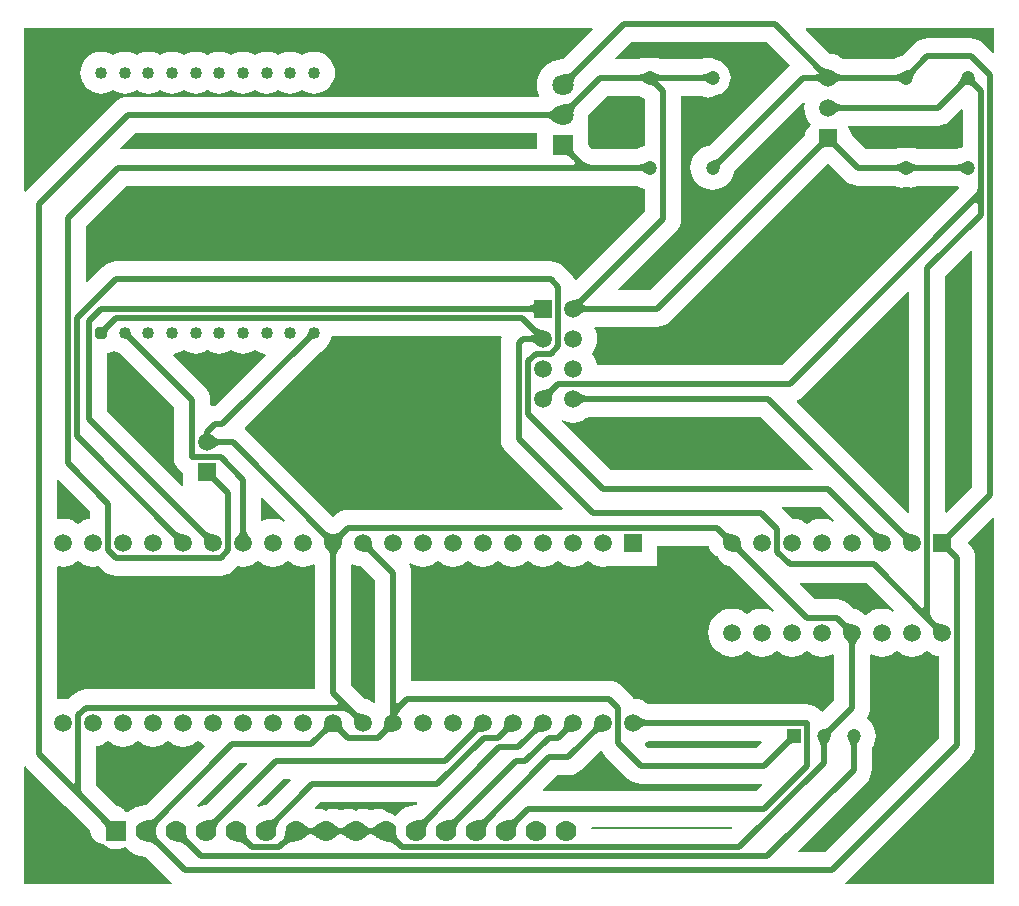
<source format=gbl>
G04 Layer_Physical_Order=2*
G04 Layer_Color=16711680*
%FSLAX25Y25*%
%MOIN*%
G70*
G01*
G75*
%ADD11C,0.05906*%
%ADD12R,0.05906X0.05906*%
%ADD13C,0.05906*%
%ADD14R,0.05906X0.05906*%
%ADD15C,0.04724*%
%ADD16R,0.07087X0.07087*%
%ADD17C,0.07087*%
%ADD18R,0.04724X0.04724*%
G04:AMPARAMS|DCode=19|XSize=40mil|YSize=40mil|CornerRadius=10mil|HoleSize=0mil|Usage=FLASHONLY|Rotation=90.000|XOffset=0mil|YOffset=0mil|HoleType=Round|Shape=RoundedRectangle|*
%AMROUNDEDRECTD19*
21,1,0.04000,0.02000,0,0,90.0*
21,1,0.02000,0.04000,0,0,90.0*
1,1,0.02000,0.01000,0.01000*
1,1,0.02000,0.01000,-0.01000*
1,1,0.02000,-0.01000,-0.01000*
1,1,0.02000,-0.01000,0.01000*
%
%ADD19ROUNDEDRECTD19*%
%ADD20C,0.04000*%
%ADD21R,0.07000X0.07000*%
%ADD22C,0.07000*%
%ADD23C,0.02000*%
G36*
X334321Y197364D02*
X334541Y197183D01*
X334768Y197023D01*
X335001Y196884D01*
X335242Y196767D01*
X335490Y196671D01*
X335744Y196596D01*
X336006Y196543D01*
X336274Y196511D01*
X336550Y196500D01*
Y194500D01*
X336274Y194489D01*
X336006Y194457D01*
X335744Y194404D01*
X335490Y194329D01*
X335242Y194233D01*
X335001Y194116D01*
X334768Y193977D01*
X334541Y193817D01*
X334321Y193636D01*
X334109Y193433D01*
Y197567D01*
X334321Y197364D01*
D02*
G37*
G36*
X321971Y192547D02*
X321677Y192540D01*
X321393Y192513D01*
X321120Y192466D01*
X320856Y192399D01*
X320603Y192312D01*
X320360Y192205D01*
X320128Y192078D01*
X319905Y191930D01*
X319692Y191763D01*
X319490Y191576D01*
X318076Y192990D01*
X318263Y193192D01*
X318430Y193405D01*
X318578Y193628D01*
X318705Y193860D01*
X318812Y194103D01*
X318899Y194357D01*
X318966Y194620D01*
X319013Y194893D01*
X319040Y195177D01*
X319047Y195470D01*
X321971Y192547D01*
D02*
G37*
G36*
X311970D02*
X311677Y192540D01*
X311393Y192513D01*
X311120Y192466D01*
X310857Y192399D01*
X310603Y192312D01*
X310360Y192205D01*
X310127Y192078D01*
X309905Y191930D01*
X309692Y191763D01*
X309490Y191576D01*
X308076Y192990D01*
X308263Y193192D01*
X308430Y193405D01*
X308577Y193628D01*
X308705Y193860D01*
X308812Y194103D01*
X308899Y194357D01*
X308966Y194620D01*
X309013Y194893D01*
X309040Y195177D01*
X309047Y195470D01*
X311970Y192547D01*
D02*
G37*
G36*
X239692Y199237D02*
X239905Y199070D01*
X240127Y198923D01*
X240360Y198795D01*
X240603Y198688D01*
X240857Y198601D01*
X241120Y198534D01*
X241393Y198487D01*
X241677Y198460D01*
X241970Y198453D01*
X239047Y195529D01*
X239040Y195823D01*
X239013Y196107D01*
X238966Y196380D01*
X238899Y196643D01*
X238812Y196897D01*
X238705Y197140D01*
X238578Y197372D01*
X238430Y197595D01*
X238263Y197808D01*
X238076Y198010D01*
X239490Y199424D01*
X239692Y199237D01*
D02*
G37*
G36*
X238942Y248117D02*
X240441Y247662D01*
X241406Y247567D01*
X245971Y243003D01*
Y202272D01*
X245731Y202132D01*
X245471Y202069D01*
X245062Y202383D01*
X244596Y202759D01*
X244540Y202783D01*
X244492Y202820D01*
X243939Y203049D01*
X243392Y203291D01*
X243332Y203301D01*
X243276Y203324D01*
X242682Y203402D01*
X242614Y203413D01*
X241263Y204763D01*
X238029Y207997D01*
Y248119D01*
X238458Y248376D01*
X238942Y248117D01*
D02*
G37*
G36*
X237707Y201207D02*
X238000Y198086D01*
X237711Y198354D01*
X237411Y198595D01*
X237099Y198807D01*
X236775Y198991D01*
X236439Y199146D01*
X236092Y199274D01*
X235733Y199373D01*
X235362Y199443D01*
X234980Y199486D01*
X234586Y199500D01*
X232586Y201500D01*
X232952Y201514D01*
X233249Y201557D01*
X233478Y201627D01*
X233640Y201726D01*
X233732Y201853D01*
X233757Y202009D01*
X233713Y202193D01*
X233601Y202405D01*
X233420Y202645D01*
X233172Y202914D01*
X237707Y201207D01*
D02*
G37*
G36*
X253014Y202722D02*
X253057Y202425D01*
X253127Y202196D01*
X253226Y202034D01*
X253354Y201942D01*
X253509Y201917D01*
X253693Y201961D01*
X253905Y202073D01*
X254146Y202254D01*
X254414Y202502D01*
Y199674D01*
X254146Y199385D01*
X253905Y199085D01*
X253693Y198773D01*
X253509Y198449D01*
X253354Y198113D01*
X253226Y197766D01*
X253127Y197407D01*
X253057Y197036D01*
X253014Y196654D01*
X253000Y196260D01*
X251000Y198674D01*
X253000Y203088D01*
X253014Y202722D01*
D02*
G37*
G36*
X234960Y195177D02*
X234987Y194893D01*
X235034Y194620D01*
X235101Y194357D01*
X235188Y194103D01*
X235295Y193860D01*
X235422Y193628D01*
X235570Y193405D01*
X235737Y193192D01*
X235924Y192990D01*
X234510Y191576D01*
X234308Y191763D01*
X234095Y191930D01*
X233873Y192078D01*
X233640Y192205D01*
X233397Y192312D01*
X233143Y192399D01*
X232880Y192466D01*
X232607Y192513D01*
X232323Y192540D01*
X232030Y192547D01*
X234953Y195470D01*
X234960Y195177D01*
D02*
G37*
G36*
X231971Y192547D02*
X231677Y192540D01*
X231393Y192513D01*
X231120Y192466D01*
X230856Y192399D01*
X230603Y192312D01*
X230360Y192205D01*
X230128Y192078D01*
X229905Y191930D01*
X229692Y191763D01*
X229490Y191576D01*
X228076Y192990D01*
X228263Y193192D01*
X228430Y193405D01*
X228577Y193628D01*
X228705Y193860D01*
X228812Y194103D01*
X228899Y194357D01*
X228966Y194620D01*
X229013Y194893D01*
X229040Y195177D01*
X229047Y195470D01*
X231971Y192547D01*
D02*
G37*
G36*
X398723Y192808D02*
X398557Y192634D01*
X398410Y192459D01*
X398280Y192282D01*
X398167Y192105D01*
X398073Y191927D01*
X397995Y191748D01*
X397936Y191569D01*
X397894Y191388D01*
X397869Y191206D01*
X397862Y191024D01*
X395524Y193362D01*
X395706Y193369D01*
X395888Y193394D01*
X396069Y193436D01*
X396248Y193495D01*
X396427Y193573D01*
X396605Y193667D01*
X396782Y193780D01*
X396959Y193910D01*
X397134Y194057D01*
X397308Y194223D01*
X398723Y192808D01*
D02*
G37*
G36*
X251971Y192547D02*
X251677Y192540D01*
X251393Y192513D01*
X251120Y192466D01*
X250856Y192399D01*
X250603Y192312D01*
X250360Y192205D01*
X250128Y192078D01*
X249905Y191930D01*
X249692Y191763D01*
X249490Y191576D01*
X248076Y192990D01*
X248263Y193192D01*
X248430Y193405D01*
X248577Y193628D01*
X248705Y193860D01*
X248812Y194103D01*
X248899Y194357D01*
X248966Y194620D01*
X249013Y194893D01*
X249040Y195177D01*
X249047Y195470D01*
X251971Y192547D01*
D02*
G37*
G36*
X301971D02*
X301677Y192540D01*
X301393Y192513D01*
X301120Y192466D01*
X300856Y192399D01*
X300603Y192312D01*
X300360Y192205D01*
X300128Y192078D01*
X299905Y191930D01*
X299692Y191763D01*
X299490Y191576D01*
X298076Y192990D01*
X298263Y193192D01*
X298430Y193405D01*
X298577Y193628D01*
X298705Y193860D01*
X298812Y194103D01*
X298899Y194357D01*
X298966Y194620D01*
X299013Y194893D01*
X299040Y195177D01*
X299047Y195470D01*
X301971Y192547D01*
D02*
G37*
G36*
X291970D02*
X291677Y192540D01*
X291393Y192513D01*
X291120Y192466D01*
X290857Y192399D01*
X290603Y192312D01*
X290360Y192205D01*
X290127Y192078D01*
X289905Y191930D01*
X289692Y191763D01*
X289490Y191576D01*
X288076Y192990D01*
X288263Y193192D01*
X288430Y193405D01*
X288578Y193628D01*
X288705Y193860D01*
X288812Y194103D01*
X288899Y194357D01*
X288966Y194620D01*
X289013Y194893D01*
X289040Y195177D01*
X289047Y195470D01*
X291970Y192547D01*
D02*
G37*
G36*
X281971D02*
X281677Y192540D01*
X281393Y192513D01*
X281120Y192466D01*
X280856Y192399D01*
X280603Y192312D01*
X280360Y192205D01*
X280128Y192078D01*
X279905Y191930D01*
X279692Y191763D01*
X279490Y191576D01*
X278076Y192990D01*
X278263Y193192D01*
X278430Y193405D01*
X278577Y193628D01*
X278705Y193860D01*
X278812Y194103D01*
X278899Y194357D01*
X278966Y194620D01*
X279013Y194893D01*
X279040Y195177D01*
X279047Y195470D01*
X281971Y192547D01*
D02*
G37*
G36*
X437828Y255232D02*
X437771Y255048D01*
Y254836D01*
X437828Y254596D01*
X437941Y254327D01*
X438110Y254030D01*
X438337Y253705D01*
X438620Y253351D01*
X439355Y252559D01*
X437941Y251145D01*
X437531Y251541D01*
X436795Y252163D01*
X436470Y252390D01*
X436173Y252559D01*
X435904Y252672D01*
X435664Y252729D01*
X435452D01*
X435268Y252672D01*
X435112Y252559D01*
X437941Y255388D01*
X437828Y255232D01*
D02*
G37*
G36*
X233864Y253179D02*
X233683Y252959D01*
X233523Y252732D01*
X233384Y252499D01*
X233267Y252258D01*
X233171Y252010D01*
X233096Y251756D01*
X233043Y251494D01*
X233011Y251226D01*
X233000Y250950D01*
X231000D01*
X230989Y251226D01*
X230957Y251494D01*
X230904Y251756D01*
X230829Y252010D01*
X230733Y252258D01*
X230616Y252499D01*
X230477Y252732D01*
X230317Y252959D01*
X230136Y253179D01*
X229933Y253391D01*
X234067D01*
X233864Y253179D01*
D02*
G37*
G36*
X357176Y254224D02*
X357199Y254168D01*
X357209Y254108D01*
X357451Y253561D01*
X357680Y253008D01*
X357717Y252960D01*
X357741Y252904D01*
X358117Y252438D01*
X358481Y251963D01*
X358530Y251926D01*
X358568Y251879D01*
X359051Y251526D01*
X359526Y251162D01*
X359582Y251139D01*
X359631Y251103D01*
X360189Y250887D01*
X360329Y250829D01*
X360387Y250689D01*
X360603Y250131D01*
X360639Y250082D01*
X360662Y250026D01*
X361027Y249551D01*
X361379Y249068D01*
X361426Y249030D01*
X361463Y248981D01*
X361938Y248617D01*
X362404Y248241D01*
X362460Y248217D01*
X362508Y248180D01*
X363061Y247951D01*
X363608Y247709D01*
X363668Y247699D01*
X363724Y247676D01*
X364318Y247598D01*
X364386Y247587D01*
X379059Y232915D01*
X378757Y232509D01*
X378058Y232883D01*
X376559Y233338D01*
X375000Y233491D01*
X373441Y233338D01*
X371942Y232883D01*
X370560Y232144D01*
X370000Y231685D01*
X369440Y232144D01*
X368058Y232883D01*
X366559Y233338D01*
X365000Y233491D01*
X363441Y233338D01*
X361942Y232883D01*
X360560Y232144D01*
X359349Y231151D01*
X358355Y229940D01*
X357617Y228558D01*
X357162Y227059D01*
X357009Y225500D01*
X357162Y223941D01*
X357617Y222442D01*
X358355Y221060D01*
X359349Y219849D01*
X360560Y218856D01*
X361942Y218117D01*
X363441Y217662D01*
X365000Y217509D01*
X366559Y217662D01*
X368058Y218117D01*
X369440Y218856D01*
X370000Y219315D01*
X370560Y218856D01*
X371942Y218117D01*
X373441Y217662D01*
X375000Y217509D01*
X376559Y217662D01*
X378058Y218117D01*
X379440Y218856D01*
X380000Y219315D01*
X380560Y218856D01*
X381942Y218117D01*
X383441Y217662D01*
X385000Y217509D01*
X386559Y217662D01*
X388058Y218117D01*
X389440Y218856D01*
X390000Y219315D01*
X390560Y218856D01*
X391942Y218117D01*
X393441Y217662D01*
X395000Y217509D01*
X396559Y217662D01*
X398058Y218117D01*
X398542Y218376D01*
X398971Y218119D01*
Y202997D01*
X395136Y199162D01*
X394636Y199187D01*
X394163Y199763D01*
X393250Y200513D01*
X392207Y201070D01*
X391076Y201413D01*
X389900Y201529D01*
X337190D01*
X336440Y202145D01*
X335058Y202883D01*
X333559Y203338D01*
X332216Y203470D01*
X332013Y203850D01*
X331263Y204763D01*
X328310Y207716D01*
X327397Y208466D01*
X326354Y209023D01*
X325223Y209366D01*
X324047Y209482D01*
X258029D01*
Y245500D01*
X258029Y245500D01*
X257913Y246676D01*
X257570Y247807D01*
X257198Y248503D01*
X257534Y248828D01*
X257583Y248843D01*
X258942Y248117D01*
X260441Y247662D01*
X262000Y247509D01*
X263559Y247662D01*
X265058Y248117D01*
X266440Y248855D01*
X267000Y249315D01*
X267560Y248855D01*
X268942Y248117D01*
X270441Y247662D01*
X272000Y247509D01*
X273559Y247662D01*
X275058Y248117D01*
X276440Y248855D01*
X277000Y249315D01*
X277560Y248855D01*
X278942Y248117D01*
X280441Y247662D01*
X282000Y247509D01*
X283559Y247662D01*
X285058Y248117D01*
X286440Y248855D01*
X287000Y249315D01*
X287560Y248855D01*
X288942Y248117D01*
X290441Y247662D01*
X292000Y247509D01*
X293559Y247662D01*
X295058Y248117D01*
X296440Y248855D01*
X297000Y249315D01*
X297560Y248855D01*
X298942Y248117D01*
X300441Y247662D01*
X302000Y247509D01*
X303559Y247662D01*
X305058Y248117D01*
X306440Y248855D01*
X307000Y249315D01*
X307560Y248855D01*
X308942Y248117D01*
X310441Y247662D01*
X312000Y247509D01*
X313559Y247662D01*
X315058Y248117D01*
X316440Y248855D01*
X317000Y249315D01*
X317560Y248855D01*
X318942Y248117D01*
X320441Y247662D01*
X322000Y247509D01*
X323547Y247661D01*
X323877Y247674D01*
X324047Y247547D01*
Y247547D01*
X339953D01*
Y254424D01*
X357150D01*
X357176Y254224D01*
D02*
G37*
G36*
X244960Y255177D02*
X244987Y254893D01*
X245034Y254620D01*
X245101Y254357D01*
X245188Y254103D01*
X245295Y253860D01*
X245423Y253627D01*
X245570Y253405D01*
X245737Y253192D01*
X245924Y252990D01*
X244510Y251576D01*
X244308Y251763D01*
X244095Y251930D01*
X243872Y252078D01*
X243640Y252205D01*
X243397Y252312D01*
X243144Y252399D01*
X242880Y252466D01*
X242607Y252513D01*
X242323Y252540D01*
X242030Y252547D01*
X244953Y255470D01*
X244960Y255177D01*
D02*
G37*
G36*
X189692Y259237D02*
X189905Y259070D01*
X190128Y258923D01*
X190360Y258795D01*
X190603Y258688D01*
X190857Y258601D01*
X191120Y258534D01*
X191393Y258487D01*
X191677Y258460D01*
X191971Y258453D01*
X189047Y255529D01*
X189040Y255823D01*
X189013Y256107D01*
X188966Y256380D01*
X188899Y256644D01*
X188812Y256897D01*
X188705Y257140D01*
X188577Y257372D01*
X188430Y257595D01*
X188263Y257808D01*
X188076Y258010D01*
X189490Y259424D01*
X189692Y259237D01*
D02*
G37*
G36*
X179692D02*
X179905Y259070D01*
X180128Y258923D01*
X180360Y258795D01*
X180603Y258688D01*
X180857Y258601D01*
X181120Y258534D01*
X181393Y258487D01*
X181677Y258460D01*
X181971Y258453D01*
X179047Y255529D01*
X179040Y255823D01*
X179013Y256107D01*
X178966Y256380D01*
X178899Y256644D01*
X178812Y256897D01*
X178705Y257140D01*
X178577Y257372D01*
X178430Y257595D01*
X178263Y257808D01*
X178076Y258010D01*
X179490Y259424D01*
X179692Y259237D01*
D02*
G37*
G36*
X367960Y255177D02*
X367987Y254893D01*
X368034Y254620D01*
X368101Y254357D01*
X368188Y254103D01*
X368295Y253860D01*
X368423Y253627D01*
X368570Y253405D01*
X368737Y253192D01*
X368924Y252990D01*
X367510Y251576D01*
X367308Y251763D01*
X367095Y251930D01*
X366873Y252078D01*
X366640Y252205D01*
X366397Y252312D01*
X366143Y252399D01*
X365880Y252466D01*
X365607Y252513D01*
X365323Y252540D01*
X365030Y252547D01*
X367953Y255470D01*
X367960Y255177D01*
D02*
G37*
G36*
X402692Y229237D02*
X402905Y229070D01*
X403127Y228923D01*
X403360Y228795D01*
X403603Y228688D01*
X403857Y228601D01*
X404120Y228534D01*
X404393Y228487D01*
X404677Y228460D01*
X404971Y228453D01*
X402047Y225530D01*
X402040Y225823D01*
X402013Y226107D01*
X401966Y226380D01*
X401899Y226643D01*
X401812Y226897D01*
X401705Y227140D01*
X401578Y227373D01*
X401430Y227595D01*
X401263Y227808D01*
X401076Y228010D01*
X402490Y229424D01*
X402692Y229237D01*
D02*
G37*
G36*
X406864Y223179D02*
X406683Y222959D01*
X406523Y222732D01*
X406384Y222499D01*
X406267Y222258D01*
X406171Y222010D01*
X406096Y221756D01*
X406043Y221494D01*
X406011Y221226D01*
X406000Y220950D01*
X404000D01*
X403989Y221226D01*
X403957Y221494D01*
X403904Y221756D01*
X403829Y222010D01*
X403733Y222258D01*
X403616Y222499D01*
X403477Y222732D01*
X403317Y222959D01*
X403136Y223179D01*
X402933Y223391D01*
X407067D01*
X406864Y223179D01*
D02*
G37*
G36*
X430560Y218856D02*
X431942Y218117D01*
X433441Y217662D01*
X433971Y217610D01*
Y190397D01*
X395803Y152229D01*
X387209D01*
X387017Y152691D01*
X409763Y175437D01*
X409763Y175437D01*
X410513Y176350D01*
X411070Y177393D01*
X411413Y178524D01*
X411529Y179700D01*
Y186741D01*
X411651Y186890D01*
X412335Y188169D01*
X412756Y189557D01*
X412898Y191000D01*
X412756Y192443D01*
X412335Y193831D01*
X411651Y195110D01*
X410731Y196231D01*
X409851Y196953D01*
X410013Y197151D01*
X410570Y198193D01*
X410913Y199324D01*
X411029Y200500D01*
Y218119D01*
X411458Y218376D01*
X411942Y218117D01*
X413441Y217662D01*
X415000Y217509D01*
X416559Y217662D01*
X418058Y218117D01*
X419440Y218856D01*
X420000Y219315D01*
X420560Y218856D01*
X421942Y218117D01*
X423441Y217662D01*
X425000Y217509D01*
X426559Y217662D01*
X428058Y218117D01*
X429440Y218856D01*
X430000Y219315D01*
X430560Y218856D01*
D02*
G37*
G36*
X432692Y229237D02*
X432905Y229070D01*
X433127Y228923D01*
X433360Y228795D01*
X433603Y228688D01*
X433856Y228601D01*
X434120Y228534D01*
X434393Y228487D01*
X434677Y228460D01*
X434971Y228453D01*
X432047Y225530D01*
X432040Y225823D01*
X432013Y226107D01*
X431966Y226380D01*
X431899Y226643D01*
X431812Y226897D01*
X431705Y227140D01*
X431577Y227373D01*
X431430Y227595D01*
X431263Y227808D01*
X431076Y228010D01*
X432490Y229424D01*
X432692Y229237D01*
D02*
G37*
G36*
X217560Y248855D02*
X218942Y248117D01*
X220441Y247662D01*
X222000Y247509D01*
X223559Y247662D01*
X225058Y248117D01*
X225542Y248376D01*
X225971Y248119D01*
Y206529D01*
X149500D01*
X148324Y206413D01*
X147193Y206070D01*
X146151Y205513D01*
X145237Y204763D01*
X143753Y203279D01*
X143559Y203338D01*
X142000Y203491D01*
X140529Y203346D01*
X140239Y203477D01*
X140029Y203632D01*
Y247368D01*
X140239Y247523D01*
X140529Y247654D01*
X142000Y247509D01*
X143559Y247662D01*
X145058Y248117D01*
X146440Y248855D01*
X147000Y249315D01*
X147560Y248855D01*
X148942Y248117D01*
X150441Y247662D01*
X152000Y247509D01*
X153559Y247662D01*
X153753Y247721D01*
X155237Y246237D01*
X156150Y245487D01*
X157193Y244930D01*
X158324Y244587D01*
X159500Y244471D01*
X194500D01*
X195676Y244587D01*
X196807Y244930D01*
X197850Y245487D01*
X198763Y246237D01*
X200247Y247721D01*
X200441Y247662D01*
X202000Y247509D01*
X203559Y247662D01*
X205058Y248117D01*
X206440Y248855D01*
X207000Y249315D01*
X207560Y248855D01*
X208942Y248117D01*
X210441Y247662D01*
X212000Y247509D01*
X213559Y247662D01*
X215058Y248117D01*
X216440Y248855D01*
X217000Y249315D01*
X217560Y248855D01*
D02*
G37*
G36*
X431000Y232914D02*
X431014Y232520D01*
X431057Y232138D01*
X431127Y231767D01*
X431226Y231408D01*
X431354Y231061D01*
X431509Y230725D01*
X431693Y230401D01*
X431905Y230089D01*
X432146Y229789D01*
X432414Y229500D01*
X429293Y229793D01*
X427879Y231207D01*
X427586Y234328D01*
X427854Y234080D01*
X428095Y233899D01*
X428307Y233787D01*
X428491Y233743D01*
X428647Y233768D01*
X428774Y233860D01*
X428873Y234021D01*
X428943Y234251D01*
X428986Y234548D01*
X429000Y234914D01*
X431000Y232914D01*
D02*
G37*
G36*
X419059Y232915D02*
X418757Y232509D01*
X418058Y232883D01*
X416559Y233338D01*
X415000Y233491D01*
X413441Y233338D01*
X411942Y232883D01*
X410560Y232144D01*
X409646Y231394D01*
X408982Y231440D01*
X408961Y231466D01*
X408621Y231932D01*
X408573Y231970D01*
X408536Y232019D01*
X408062Y232383D01*
X407596Y232758D01*
X407540Y232783D01*
X407492Y232820D01*
X406939Y233049D01*
X406392Y233291D01*
X406332Y233301D01*
X406276Y233324D01*
X405682Y233402D01*
X405614Y233413D01*
X404263Y234763D01*
X403349Y235513D01*
X402307Y236070D01*
X401176Y236413D01*
X400000Y236529D01*
X392497D01*
X387317Y241709D01*
X387509Y242171D01*
X409803D01*
X419059Y232915D01*
D02*
G37*
G36*
X385978Y188650D02*
X385823Y188763D01*
X385639Y188820D01*
X385427D01*
X385186Y188763D01*
X384918Y188650D01*
X384621Y188480D01*
X384295Y188254D01*
X383942Y187971D01*
X383150Y187236D01*
X381736Y188650D01*
X382132Y189060D01*
X382754Y189795D01*
X382980Y190121D01*
X383150Y190418D01*
X383263Y190686D01*
X383319Y190927D01*
Y191139D01*
X383263Y191323D01*
X383150Y191478D01*
X385978Y188650D01*
D02*
G37*
G36*
X214064Y162508D02*
X213858Y162281D01*
X213674Y162036D01*
X213513Y161772D01*
X213373Y161489D01*
X213256Y161187D01*
X213160Y160866D01*
X213087Y160526D01*
X213036Y160168D01*
X213007Y159790D01*
X213000Y159393D01*
X209535Y162858D01*
X209932Y162865D01*
X210309Y162894D01*
X210668Y162945D01*
X211008Y163019D01*
X211329Y163114D01*
X211631Y163231D01*
X211914Y163371D01*
X212178Y163532D01*
X212423Y163716D01*
X212649Y163922D01*
X214064Y162508D01*
D02*
G37*
G36*
X194064D02*
X193858Y162281D01*
X193674Y162036D01*
X193513Y161772D01*
X193373Y161489D01*
X193256Y161187D01*
X193160Y160866D01*
X193087Y160526D01*
X193036Y160168D01*
X193007Y159790D01*
X193000Y159393D01*
X189535Y162858D01*
X189932Y162865D01*
X190309Y162894D01*
X190668Y162945D01*
X191008Y163019D01*
X191329Y163114D01*
X191631Y163231D01*
X191914Y163371D01*
X192178Y163532D01*
X192423Y163716D01*
X192649Y163922D01*
X194064Y162508D01*
D02*
G37*
G36*
X174064D02*
X173858Y162281D01*
X173674Y162036D01*
X173513Y161772D01*
X173373Y161489D01*
X173256Y161187D01*
X173160Y160866D01*
X173087Y160526D01*
X173036Y160168D01*
X173007Y159790D01*
X173000Y159393D01*
X169535Y162858D01*
X169932Y162865D01*
X170309Y162894D01*
X170668Y162945D01*
X171008Y163019D01*
X171329Y163114D01*
X171631Y163231D01*
X171914Y163371D01*
X172178Y163532D01*
X172423Y163716D01*
X172650Y163922D01*
X174064Y162508D01*
D02*
G37*
G36*
X264064D02*
X263858Y162281D01*
X263674Y162036D01*
X263513Y161772D01*
X263373Y161489D01*
X263256Y161187D01*
X263160Y160866D01*
X263087Y160526D01*
X263036Y160168D01*
X263007Y159790D01*
X263000Y159393D01*
X259535Y162858D01*
X259932Y162865D01*
X260309Y162894D01*
X260668Y162945D01*
X261008Y163019D01*
X261329Y163114D01*
X261631Y163231D01*
X261914Y163371D01*
X262178Y163532D01*
X262423Y163716D01*
X262649Y163922D01*
X264064Y162508D01*
D02*
G37*
G36*
X294064D02*
X293858Y162281D01*
X293674Y162036D01*
X293513Y161772D01*
X293373Y161489D01*
X293256Y161187D01*
X293160Y160866D01*
X293087Y160526D01*
X293036Y160168D01*
X293007Y159790D01*
X293000Y159393D01*
X289535Y162858D01*
X289932Y162865D01*
X290309Y162894D01*
X290668Y162945D01*
X291008Y163019D01*
X291329Y163114D01*
X291631Y163231D01*
X291914Y163371D01*
X292178Y163532D01*
X292423Y163716D01*
X292650Y163922D01*
X294064Y162508D01*
D02*
G37*
G36*
X284064D02*
X283858Y162281D01*
X283674Y162036D01*
X283513Y161772D01*
X283373Y161489D01*
X283256Y161187D01*
X283160Y160866D01*
X283087Y160526D01*
X283036Y160168D01*
X283007Y159790D01*
X283000Y159393D01*
X279535Y162858D01*
X279932Y162865D01*
X280309Y162894D01*
X280668Y162945D01*
X281008Y163019D01*
X281329Y163114D01*
X281631Y163231D01*
X281914Y163371D01*
X282178Y163532D01*
X282423Y163716D01*
X282649Y163922D01*
X284064Y162508D01*
D02*
G37*
G36*
X274064D02*
X273858Y162281D01*
X273674Y162036D01*
X273513Y161772D01*
X273373Y161489D01*
X273256Y161187D01*
X273160Y160866D01*
X273087Y160526D01*
X273036Y160168D01*
X273007Y159790D01*
X273000Y159393D01*
X269535Y162858D01*
X269932Y162865D01*
X270309Y162894D01*
X270668Y162945D01*
X271008Y163019D01*
X271329Y163114D01*
X271631Y163231D01*
X271914Y163371D01*
X272178Y163532D01*
X272423Y163716D01*
X272650Y163922D01*
X274064Y162508D01*
D02*
G37*
G36*
X173007Y158927D02*
X173036Y158549D01*
X173087Y158190D01*
X173160Y157850D01*
X173256Y157529D01*
X173373Y157227D01*
X173513Y156944D01*
X173674Y156680D01*
X173858Y156435D01*
X174064Y156209D01*
X172650Y154795D01*
X172423Y155000D01*
X172178Y155184D01*
X171914Y155346D01*
X171631Y155485D01*
X171329Y155603D01*
X171008Y155698D01*
X170668Y155771D01*
X170309Y155822D01*
X169932Y155851D01*
X169535Y155858D01*
X173000Y159323D01*
X173007Y158927D01*
D02*
G37*
G36*
X452453Y263773D02*
Y141548D01*
X402830D01*
X402674Y142048D01*
X444263Y183637D01*
X444263Y183637D01*
X445013Y184550D01*
X445570Y185593D01*
X445913Y186724D01*
X446029Y187900D01*
X446029Y187900D01*
Y250500D01*
X445913Y251676D01*
X445570Y252807D01*
X445013Y253850D01*
X444263Y254763D01*
X443526Y255500D01*
X451991Y263964D01*
X452453Y263773D01*
D02*
G37*
G36*
X129737Y180595D02*
X141247Y169085D01*
X141313Y168999D01*
X142727Y167585D01*
X142813Y167519D01*
X150866Y159466D01*
X150904Y159413D01*
X151043Y159263D01*
X151044Y159222D01*
X151119Y158972D01*
X151153Y158712D01*
X151306Y158344D01*
X151419Y157961D01*
X151556Y157738D01*
X151656Y157496D01*
X151900Y157179D01*
X152109Y156839D01*
X152299Y156659D01*
X152458Y156452D01*
X152775Y156209D01*
X153065Y155934D01*
X153295Y155809D01*
X153502Y155650D01*
X153871Y155498D01*
X154223Y155307D01*
X154477Y155246D01*
X154719Y155147D01*
X155000Y155109D01*
Y154858D01*
X155525D01*
X156150Y154345D01*
X157193Y153788D01*
X158324Y153445D01*
X159500Y153329D01*
X160676Y153445D01*
X161807Y153788D01*
X162689Y154259D01*
X163461Y153319D01*
X164755Y152257D01*
X166231Y151467D01*
X167834Y150981D01*
X169322Y150835D01*
X169446Y150816D01*
X169517Y150815D01*
X178284Y142048D01*
X178128Y141548D01*
X129048D01*
Y180693D01*
X129518Y180861D01*
X129737Y180595D01*
D02*
G37*
G36*
X183007Y158927D02*
X183036Y158549D01*
X183087Y158190D01*
X183160Y157850D01*
X183256Y157529D01*
X183373Y157227D01*
X183513Y156944D01*
X183674Y156680D01*
X183858Y156435D01*
X184064Y156209D01*
X182650Y154795D01*
X182423Y155000D01*
X182178Y155184D01*
X181914Y155346D01*
X181631Y155485D01*
X181329Y155603D01*
X181008Y155698D01*
X180668Y155771D01*
X180309Y155822D01*
X179932Y155851D01*
X179535Y155858D01*
X183000Y159323D01*
X183007Y158927D01*
D02*
G37*
G36*
X253007D02*
X253036Y158549D01*
X253087Y158190D01*
X253160Y157850D01*
X253256Y157529D01*
X253373Y157227D01*
X253513Y156944D01*
X253674Y156680D01*
X253858Y156435D01*
X254064Y156209D01*
X252649Y154795D01*
X252423Y155000D01*
X252178Y155184D01*
X251914Y155346D01*
X251631Y155485D01*
X251329Y155603D01*
X251008Y155698D01*
X250668Y155771D01*
X250309Y155822D01*
X249932Y155851D01*
X249535Y155858D01*
X253000Y159323D01*
X253007Y158927D01*
D02*
G37*
G36*
X219465Y155858D02*
X219068Y155851D01*
X218691Y155822D01*
X218332Y155771D01*
X217992Y155698D01*
X217671Y155603D01*
X217369Y155485D01*
X217086Y155346D01*
X216822Y155184D01*
X216577Y155000D01*
X216351Y154795D01*
X214936Y156209D01*
X215142Y156435D01*
X215326Y156680D01*
X215487Y156944D01*
X215627Y157227D01*
X215744Y157529D01*
X215840Y157850D01*
X215913Y158190D01*
X215964Y158549D01*
X215993Y158927D01*
X216000Y159323D01*
X219465Y155858D01*
D02*
G37*
G36*
X203007Y158927D02*
X203036Y158549D01*
X203087Y158190D01*
X203160Y157850D01*
X203256Y157529D01*
X203373Y157227D01*
X203513Y156944D01*
X203674Y156680D01*
X203858Y156435D01*
X204064Y156209D01*
X202649Y154795D01*
X202423Y155000D01*
X202178Y155184D01*
X201914Y155346D01*
X201631Y155485D01*
X201329Y155603D01*
X201008Y155698D01*
X200668Y155771D01*
X200309Y155822D01*
X199932Y155851D01*
X199535Y155858D01*
X203000Y159323D01*
X203007Y158927D01*
D02*
G37*
G36*
X148000Y174272D02*
X148014Y173878D01*
X148057Y173496D01*
X148127Y173125D01*
X148226Y172766D01*
X148354Y172419D01*
X148509Y172083D01*
X148693Y171759D01*
X148905Y171447D01*
X149145Y171147D01*
X149414Y170858D01*
X146293Y171151D01*
X144879Y172565D01*
X144586Y175687D01*
X144854Y175438D01*
X145095Y175258D01*
X145307Y175145D01*
X145491Y175101D01*
X145647Y175126D01*
X145774Y175219D01*
X145873Y175380D01*
X145943Y175609D01*
X145986Y175907D01*
X146000Y176272D01*
X148000Y174272D01*
D02*
G37*
G36*
X321638Y185904D02*
X321987Y185250D01*
X322737Y184337D01*
X330237Y176837D01*
X331151Y176087D01*
X332193Y175530D01*
X333324Y175187D01*
X334500Y175071D01*
X374891D01*
X375083Y174609D01*
X373203Y172729D01*
X302050D01*
X301859Y173191D01*
X306561Y177893D01*
X310422D01*
X311599Y178009D01*
X312730Y178352D01*
X313772Y178909D01*
X314686Y179659D01*
X321022Y185995D01*
X321638Y185904D01*
D02*
G37*
G36*
X217825Y176209D02*
X209517Y167902D01*
X209446Y167900D01*
X209322Y167882D01*
X207834Y167735D01*
X206796Y167420D01*
X206530Y167862D01*
X215339Y176671D01*
X217633D01*
X217825Y176209D01*
D02*
G37*
G36*
X374983Y189009D02*
X373103Y187129D01*
X336997D01*
X335975Y188152D01*
X336048Y188646D01*
X336440Y188856D01*
X337190Y189471D01*
X374791D01*
X374983Y189009D01*
D02*
G37*
G36*
X187560Y188856D02*
X188942Y188117D01*
X189083Y188074D01*
X189205Y187589D01*
X169517Y167902D01*
X169446Y167900D01*
X169322Y167882D01*
X167834Y167735D01*
X166231Y167249D01*
X164755Y166460D01*
X163658Y165559D01*
X163620Y165542D01*
X163154Y165559D01*
X163009Y165636D01*
X162924Y165793D01*
X162650Y166083D01*
X162407Y166400D01*
X162199Y166559D01*
X162019Y166749D01*
X161679Y166958D01*
X161362Y167202D01*
X161120Y167302D01*
X160898Y167439D01*
X160515Y167553D01*
X160146Y167706D01*
X159886Y167740D01*
X159636Y167814D01*
X159590Y167815D01*
X159516Y167888D01*
X159443Y167941D01*
X153144Y174241D01*
X153106Y174294D01*
X153043Y174361D01*
X153040Y174453D01*
X153029Y174518D01*
Y187610D01*
X153559Y187662D01*
X155058Y188117D01*
X156440Y188856D01*
X157000Y189315D01*
X157560Y188856D01*
X158942Y188117D01*
X160441Y187662D01*
X162000Y187509D01*
X163559Y187662D01*
X165058Y188117D01*
X166440Y188856D01*
X167000Y189315D01*
X167560Y188856D01*
X168942Y188117D01*
X170441Y187662D01*
X172000Y187509D01*
X173559Y187662D01*
X175058Y188117D01*
X176440Y188856D01*
X177000Y189315D01*
X177560Y188856D01*
X178942Y188117D01*
X180441Y187662D01*
X182000Y187509D01*
X183559Y187662D01*
X185058Y188117D01*
X186440Y188856D01*
X187000Y189315D01*
X187560Y188856D01*
D02*
G37*
G36*
X407029Y189179D02*
X406918Y189033D01*
X406820Y188876D01*
X406735Y188706D01*
X406663Y188525D01*
X406605Y188332D01*
X406559Y188128D01*
X406526Y187911D01*
X406506Y187683D01*
X406500Y187443D01*
X404500D01*
X404494Y187683D01*
X404474Y187911D01*
X404441Y188128D01*
X404395Y188332D01*
X404337Y188525D01*
X404265Y188706D01*
X404180Y188876D01*
X404082Y189033D01*
X403971Y189179D01*
X403847Y189313D01*
X407154D01*
X407029Y189179D01*
D02*
G37*
G36*
X397029D02*
X396918Y189033D01*
X396820Y188876D01*
X396735Y188706D01*
X396663Y188525D01*
X396605Y188332D01*
X396559Y188128D01*
X396526Y187911D01*
X396507Y187683D01*
X396500Y187443D01*
X394500D01*
X394494Y187683D01*
X394474Y187911D01*
X394441Y188128D01*
X394395Y188332D01*
X394337Y188525D01*
X394265Y188706D01*
X394180Y188876D01*
X394082Y189033D01*
X393971Y189179D01*
X393847Y189313D01*
X397153D01*
X397029Y189179D01*
D02*
G37*
G36*
X227000Y156908D02*
X226715Y157184D01*
X226428Y157430D01*
X226138Y157648D01*
X225846Y157836D01*
X225551Y157996D01*
X225255Y158126D01*
X224956Y158228D01*
X224655Y158300D01*
X224500Y158322D01*
X224345Y158300D01*
X224044Y158228D01*
X223745Y158126D01*
X223449Y157996D01*
X223154Y157836D01*
X222862Y157648D01*
X222572Y157430D01*
X222285Y157184D01*
X222000Y156908D01*
Y161808D01*
X222285Y161533D01*
X222572Y161286D01*
X222862Y161069D01*
X223154Y160880D01*
X223449Y160721D01*
X223745Y160590D01*
X224044Y160489D01*
X224345Y160416D01*
X224500Y160394D01*
X224655Y160416D01*
X224956Y160489D01*
X225255Y160590D01*
X225551Y160721D01*
X225846Y160880D01*
X226138Y161069D01*
X226428Y161286D01*
X226715Y161533D01*
X227000Y161808D01*
Y156908D01*
D02*
G37*
G36*
X156423Y163863D02*
X157160Y163239D01*
X157486Y163011D01*
X157783Y162840D01*
X158051Y162726D01*
X158291Y162668D01*
X158503Y162667D01*
X158686Y162722D01*
X158840Y162834D01*
X156024Y160018D01*
X156136Y160172D01*
X156191Y160355D01*
X156190Y160567D01*
X156132Y160807D01*
X156018Y161075D01*
X155847Y161372D01*
X155620Y161698D01*
X155336Y162052D01*
X154598Y162846D01*
X156012Y164260D01*
X156423Y163863D01*
D02*
G37*
G36*
X365032Y160229D02*
X364751Y159887D01*
X318155D01*
X318058Y160265D01*
X318392Y160671D01*
X364843D01*
X365032Y160229D01*
D02*
G37*
G36*
X237000Y156908D02*
X236715Y157184D01*
X236427Y157430D01*
X236138Y157648D01*
X235846Y157836D01*
X235551Y157996D01*
X235255Y158126D01*
X234956Y158228D01*
X234655Y158300D01*
X234500Y158322D01*
X234345Y158300D01*
X234044Y158228D01*
X233745Y158126D01*
X233449Y157996D01*
X233154Y157836D01*
X232862Y157648D01*
X232573Y157430D01*
X232285Y157184D01*
X231999Y156908D01*
Y161808D01*
X232285Y161533D01*
X232573Y161286D01*
X232862Y161069D01*
X233154Y160880D01*
X233449Y160721D01*
X233745Y160590D01*
X234044Y160489D01*
X234345Y160416D01*
X234500Y160394D01*
X234655Y160416D01*
X234956Y160489D01*
X235255Y160590D01*
X235551Y160721D01*
X235846Y160880D01*
X236138Y161069D01*
X236427Y161286D01*
X236715Y161533D01*
X237000Y161808D01*
Y156908D01*
D02*
G37*
G36*
X203325Y181709D02*
X189517Y167902D01*
X189446Y167900D01*
X189322Y167882D01*
X187834Y167735D01*
X186795Y167420D01*
X186530Y167862D01*
X200839Y182171D01*
X203133D01*
X203325Y181709D01*
D02*
G37*
G36*
X260024Y168409D02*
X259517Y167902D01*
X259446Y167900D01*
X259322Y167882D01*
X257834Y167735D01*
X256231Y167249D01*
X254755Y166460D01*
X253461Y165398D01*
X252689Y164457D01*
X251807Y164928D01*
X250676Y165271D01*
X250657Y165273D01*
X250629Y165311D01*
X250594Y165339D01*
X250567Y165374D01*
X250079Y165748D01*
X249599Y166131D01*
X249558Y166148D01*
X249522Y166176D01*
X248954Y166411D01*
X248391Y166656D01*
X248347Y166662D01*
X248306Y166680D01*
X247697Y166760D01*
X247089Y166851D01*
X247045Y166846D01*
X247001Y166851D01*
X246392Y166771D01*
X245781Y166702D01*
X245740Y166685D01*
X245695Y166680D01*
X245128Y166444D01*
X244556Y166219D01*
X244520Y166193D01*
X244500Y166184D01*
X244480Y166193D01*
X244444Y166219D01*
X243872Y166444D01*
X243305Y166680D01*
X243260Y166685D01*
X243219Y166702D01*
X242608Y166771D01*
X242000Y166851D01*
X241955Y166846D01*
X241911Y166851D01*
X241303Y166760D01*
X240694Y166680D01*
X240653Y166662D01*
X240609Y166656D01*
X240045Y166411D01*
X239500Y166185D01*
X238954Y166411D01*
X238391Y166656D01*
X238347Y166662D01*
X238306Y166680D01*
X237697Y166760D01*
X237089Y166851D01*
X237045Y166846D01*
X237000Y166851D01*
X236391Y166771D01*
X235781Y166702D01*
X235740Y166685D01*
X235695Y166680D01*
X235128Y166444D01*
X234556Y166219D01*
X234520Y166193D01*
X234500Y166184D01*
X234480Y166193D01*
X234444Y166219D01*
X233872Y166444D01*
X233305Y166680D01*
X233260Y166685D01*
X233219Y166702D01*
X232609Y166771D01*
X231999Y166851D01*
X231955Y166846D01*
X231911Y166851D01*
X231303Y166760D01*
X230694Y166680D01*
X230653Y166662D01*
X230609Y166656D01*
X230045Y166411D01*
X229500Y166185D01*
X228954Y166411D01*
X228391Y166656D01*
X228347Y166662D01*
X228306Y166680D01*
X227697Y166760D01*
X227089Y166851D01*
X227045Y166846D01*
X227000Y166851D01*
X226392Y166771D01*
X226115Y166740D01*
X225885Y167217D01*
X227539Y168871D01*
X259833D01*
X260024Y168409D01*
D02*
G37*
G36*
X247001Y156908D02*
X246715Y157184D01*
X246427Y157430D01*
X246138Y157648D01*
X245846Y157836D01*
X245551Y157996D01*
X245255Y158126D01*
X244956Y158228D01*
X244655Y158300D01*
X244500Y158322D01*
X244345Y158300D01*
X244044Y158228D01*
X243745Y158126D01*
X243449Y157996D01*
X243154Y157836D01*
X242862Y157648D01*
X242572Y157430D01*
X242285Y157184D01*
X242000Y156908D01*
Y161808D01*
X242285Y161533D01*
X242572Y161286D01*
X242862Y161069D01*
X243154Y160880D01*
X243449Y160721D01*
X243745Y160590D01*
X244044Y160489D01*
X244345Y160416D01*
X244500Y160394D01*
X244655Y160416D01*
X244956Y160489D01*
X245255Y160590D01*
X245551Y160721D01*
X245846Y160880D01*
X246138Y161069D01*
X246427Y161286D01*
X246715Y161533D01*
X247001Y161808D01*
Y156908D01*
D02*
G37*
G36*
X229692Y259237D02*
X229905Y259070D01*
X230128Y258923D01*
X230360Y258795D01*
X230603Y258688D01*
X230856Y258601D01*
X231120Y258534D01*
X231393Y258487D01*
X231677Y258460D01*
X231971Y258453D01*
X229047Y255529D01*
X229040Y255823D01*
X229013Y256107D01*
X228966Y256380D01*
X228899Y256644D01*
X228812Y256897D01*
X228705Y257140D01*
X228577Y257372D01*
X228430Y257595D01*
X228263Y257808D01*
X228076Y258010D01*
X229490Y259424D01*
X229692Y259237D01*
D02*
G37*
G36*
X299957Y386529D02*
X161209D01*
X161017Y386991D01*
X165997Y391971D01*
X299957D01*
Y386529D01*
D02*
G37*
G36*
X399828Y390232D02*
X399771Y390048D01*
Y389836D01*
X399828Y389596D01*
X399941Y389327D01*
X400110Y389030D01*
X400337Y388705D01*
X400620Y388351D01*
X401355Y387559D01*
X399941Y386145D01*
X399531Y386541D01*
X398795Y387163D01*
X398470Y387389D01*
X398173Y387559D01*
X397904Y387672D01*
X397664Y387729D01*
X397452D01*
X397268Y387672D01*
X397112Y387559D01*
X399941Y390388D01*
X399828Y390232D01*
D02*
G37*
G36*
X311918Y387142D02*
X311862Y386958D01*
Y386746D01*
X311918Y386505D01*
X312031Y386237D01*
X312201Y385940D01*
X312427Y385614D01*
X312710Y385261D01*
X313445Y384469D01*
X312031Y383054D01*
X311621Y383451D01*
X310886Y384073D01*
X310560Y384299D01*
X310263Y384469D01*
X309995Y384582D01*
X309754Y384638D01*
X309542D01*
X309358Y384582D01*
X309203Y384469D01*
X312031Y387297D01*
X311918Y387142D01*
D02*
G37*
G36*
X441871Y399691D02*
Y387247D01*
X441813Y387197D01*
X441255Y387123D01*
X440694Y387071D01*
X440604Y387037D01*
X440508Y387025D01*
X439988Y386809D01*
X439460Y386614D01*
X439381Y386558D01*
X439311Y386529D01*
X427189D01*
X427119Y386558D01*
X427040Y386614D01*
X426512Y386809D01*
X425992Y387025D01*
X425896Y387037D01*
X425806Y387071D01*
X425245Y387123D01*
X424687Y387197D01*
X424591Y387184D01*
X424495Y387193D01*
X423940Y387098D01*
X423382Y387025D01*
X423292Y386988D01*
X423197Y386972D01*
X423000Y386881D01*
X422803Y386972D01*
X422708Y386988D01*
X422618Y387025D01*
X422060Y387098D01*
X421505Y387193D01*
X421409Y387184D01*
X421313Y387197D01*
X420755Y387123D01*
X420194Y387071D01*
X420104Y387037D01*
X420008Y387025D01*
X419488Y386809D01*
X418960Y386614D01*
X418881Y386558D01*
X418811Y386529D01*
X409497D01*
X405087Y390939D01*
X405051Y390991D01*
X404923Y391128D01*
X404922Y391174D01*
X404847Y391429D01*
X404812Y391693D01*
X404661Y392058D01*
X404549Y392437D01*
X404410Y392664D01*
X404308Y392909D01*
X404068Y393223D01*
X403862Y393560D01*
X403669Y393743D01*
X403507Y393954D01*
X403484Y393971D01*
X403654Y394471D01*
X433500D01*
X434676Y394587D01*
X435807Y394930D01*
X436849Y395487D01*
X437763Y396237D01*
X441409Y399883D01*
X441871Y399691D01*
D02*
G37*
G36*
X333381Y404442D02*
X333460Y404386D01*
X333988Y404191D01*
X334508Y403975D01*
X334604Y403963D01*
X334694Y403929D01*
X334775Y403922D01*
X334838Y403869D01*
X334926Y403829D01*
X335002Y403770D01*
X335522Y403555D01*
X335871Y403395D01*
Y387699D01*
X334669Y387335D01*
X333390Y386651D01*
X333241Y386529D01*
X318660D01*
X318595Y386540D01*
X318503Y386543D01*
X318436Y386606D01*
X318383Y386644D01*
X317178Y387848D01*
X317141Y387900D01*
X317043Y388006D01*
Y396543D01*
X317043D01*
X316956Y397043D01*
X316995Y397340D01*
X317086Y397949D01*
X317087Y398061D01*
X323497Y404471D01*
X333311D01*
X333381Y404442D01*
D02*
G37*
G36*
X305970Y395520D02*
X305679Y395801D01*
X305385Y396053D01*
X305091Y396275D01*
X304794Y396467D01*
X304495Y396630D01*
X304195Y396763D01*
X303893Y396867D01*
X303589Y396941D01*
X303283Y396985D01*
X302975Y397000D01*
Y399000D01*
X303283Y399015D01*
X303589Y399059D01*
X303893Y399133D01*
X304195Y399237D01*
X304495Y399370D01*
X304794Y399533D01*
X305091Y399725D01*
X305385Y399947D01*
X305679Y400199D01*
X305970Y400480D01*
Y395520D01*
D02*
G37*
G36*
X396888Y387559D02*
X396732Y387672D01*
X396548Y387729D01*
X396336D01*
X396096Y387672D01*
X395827Y387559D01*
X395530Y387389D01*
X395205Y387163D01*
X394851Y386880D01*
X394059Y386145D01*
X392645Y387559D01*
X393041Y387969D01*
X393663Y388705D01*
X393889Y389030D01*
X394059Y389327D01*
X394172Y389596D01*
X394229Y389836D01*
Y390048D01*
X394172Y390232D01*
X394059Y390388D01*
X396888Y387559D01*
D02*
G37*
G36*
X421313Y378847D02*
X421179Y378971D01*
X421033Y379082D01*
X420876Y379180D01*
X420706Y379265D01*
X420525Y379337D01*
X420332Y379395D01*
X420127Y379441D01*
X419911Y379474D01*
X419683Y379493D01*
X419443Y379500D01*
Y381500D01*
X419683Y381506D01*
X419911Y381526D01*
X420127Y381559D01*
X420332Y381605D01*
X420525Y381663D01*
X420706Y381735D01*
X420876Y381820D01*
X421033Y381918D01*
X421179Y382029D01*
X421313Y382154D01*
Y378847D01*
D02*
G37*
G36*
X335813D02*
X335679Y378971D01*
X335533Y379082D01*
X335376Y379180D01*
X335206Y379265D01*
X335025Y379337D01*
X334832Y379395D01*
X334628Y379441D01*
X334411Y379474D01*
X334183Y379493D01*
X333943Y379500D01*
Y381500D01*
X334183Y381506D01*
X334411Y381526D01*
X334628Y381559D01*
X334832Y381605D01*
X335025Y381663D01*
X335206Y381735D01*
X335376Y381820D01*
X335533Y381918D01*
X335679Y382029D01*
X335813Y382154D01*
Y378847D01*
D02*
G37*
G36*
X318464Y426491D02*
X308561Y416587D01*
X308449Y416585D01*
X308331Y416568D01*
X306825Y416420D01*
X305215Y415931D01*
X303731Y415138D01*
X302430Y414070D01*
X301362Y412769D01*
X300569Y411285D01*
X300080Y409675D01*
X299915Y408000D01*
X300080Y406325D01*
X300569Y404715D01*
X300706Y404458D01*
X300449Y404029D01*
X163500D01*
X162324Y403913D01*
X161193Y403570D01*
X160151Y403013D01*
X159237Y402263D01*
X129737Y372763D01*
X129518Y372497D01*
X129048Y372665D01*
Y426953D01*
X318273D01*
X318464Y426491D01*
D02*
G37*
G36*
X424821Y382029D02*
X424967Y381918D01*
X425124Y381820D01*
X425294Y381735D01*
X425475Y381663D01*
X425668Y381605D01*
X425873Y381559D01*
X426089Y381526D01*
X426317Y381506D01*
X426557Y381500D01*
Y379500D01*
X426317Y379493D01*
X426089Y379474D01*
X425873Y379441D01*
X425668Y379395D01*
X425475Y379337D01*
X425294Y379265D01*
X425124Y379180D01*
X424967Y379082D01*
X424821Y378971D01*
X424687Y378847D01*
Y382154D01*
X424821Y382029D01*
D02*
G37*
G36*
X361723Y382308D02*
X361557Y382134D01*
X361410Y381959D01*
X361280Y381783D01*
X361168Y381605D01*
X361073Y381427D01*
X360995Y381248D01*
X360936Y381069D01*
X360894Y380888D01*
X360869Y380706D01*
X360862Y380524D01*
X358524Y382862D01*
X358706Y382869D01*
X358888Y382894D01*
X359069Y382936D01*
X359248Y382995D01*
X359427Y383073D01*
X359605Y383168D01*
X359783Y383280D01*
X359959Y383410D01*
X360134Y383557D01*
X360308Y383723D01*
X361723Y382308D01*
D02*
G37*
G36*
X315289Y382646D02*
X315589Y382405D01*
X315901Y382193D01*
X316225Y382009D01*
X316561Y381854D01*
X316908Y381726D01*
X317267Y381627D01*
X317638Y381557D01*
X318020Y381514D01*
X318414Y381500D01*
X316000Y379500D01*
X311586Y381500D01*
X311952Y381514D01*
X312249Y381557D01*
X312478Y381627D01*
X312639Y381726D01*
X312732Y381854D01*
X312757Y382009D01*
X312713Y382193D01*
X312601Y382405D01*
X312420Y382646D01*
X312172Y382914D01*
X315000D01*
X315289Y382646D01*
D02*
G37*
G36*
X441813Y378847D02*
X441679Y378971D01*
X441533Y379082D01*
X441376Y379180D01*
X441206Y379265D01*
X441025Y379337D01*
X440832Y379395D01*
X440627Y379441D01*
X440411Y379474D01*
X440183Y379493D01*
X439943Y379500D01*
Y381500D01*
X440183Y381506D01*
X440411Y381526D01*
X440627Y381559D01*
X440832Y381605D01*
X441025Y381663D01*
X441206Y381735D01*
X441376Y381820D01*
X441533Y381918D01*
X441679Y382029D01*
X441813Y382154D01*
Y378847D01*
D02*
G37*
G36*
X335813Y408847D02*
X335679Y408971D01*
X335533Y409082D01*
X335376Y409180D01*
X335206Y409265D01*
X335025Y409337D01*
X334832Y409395D01*
X334628Y409441D01*
X334411Y409474D01*
X334183Y409493D01*
X333943Y409500D01*
Y411500D01*
X334183Y411507D01*
X334411Y411526D01*
X334628Y411559D01*
X334832Y411605D01*
X335025Y411663D01*
X335206Y411735D01*
X335376Y411820D01*
X335533Y411918D01*
X335679Y412029D01*
X335813Y412153D01*
Y408847D01*
D02*
G37*
G36*
X399321Y412364D02*
X399541Y412183D01*
X399768Y412023D01*
X400001Y411884D01*
X400242Y411767D01*
X400490Y411671D01*
X400744Y411596D01*
X401006Y411543D01*
X401274Y411511D01*
X401550Y411500D01*
Y409500D01*
X401274Y409489D01*
X401006Y409457D01*
X400744Y409404D01*
X400490Y409329D01*
X400242Y409233D01*
X400001Y409116D01*
X399768Y408977D01*
X399541Y408817D01*
X399321Y408636D01*
X399109Y408433D01*
Y412567D01*
X399321Y412364D01*
D02*
G37*
G36*
X394692Y414237D02*
X394905Y414070D01*
X395128Y413923D01*
X395360Y413795D01*
X395603Y413688D01*
X395856Y413601D01*
X396120Y413534D01*
X396393Y413487D01*
X396677Y413460D01*
X396971Y413453D01*
X394891Y411373D01*
Y408433D01*
X394679Y408636D01*
X394459Y408817D01*
X394232Y408977D01*
X393999Y409116D01*
X393758Y409233D01*
X393511Y409329D01*
X393256Y409404D01*
X392994Y409457D01*
X392726Y409489D01*
X392450Y409500D01*
Y411500D01*
X392726Y411511D01*
X392994Y411543D01*
X393256Y411596D01*
X393511Y411671D01*
X393758Y411767D01*
X393843Y411808D01*
X393812Y411897D01*
X393705Y412140D01*
X393578Y412372D01*
X393430Y412595D01*
X393263Y412808D01*
X393076Y413010D01*
X394490Y414424D01*
X394692Y414237D01*
D02*
G37*
G36*
X356813Y408847D02*
X356679Y408971D01*
X356533Y409082D01*
X356376Y409180D01*
X356206Y409265D01*
X356025Y409337D01*
X355832Y409395D01*
X355627Y409441D01*
X355411Y409474D01*
X355183Y409493D01*
X354943Y409500D01*
Y411500D01*
X355183Y411507D01*
X355411Y411526D01*
X355627Y411559D01*
X355832Y411605D01*
X356025Y411663D01*
X356206Y411735D01*
X356376Y411820D01*
X356533Y411918D01*
X356679Y412029D01*
X356813Y412153D01*
Y408847D01*
D02*
G37*
G36*
X452453Y418827D02*
X451991Y418636D01*
X448763Y421863D01*
X447850Y422613D01*
X446807Y423170D01*
X445676Y423513D01*
X444500Y423629D01*
X430100D01*
X430100Y423629D01*
X428924Y423513D01*
X427793Y423170D01*
X426751Y422613D01*
X425837Y421863D01*
X421748Y417774D01*
X421557Y417756D01*
X420169Y417335D01*
X418890Y416651D01*
X418741Y416529D01*
X402190D01*
X401440Y417144D01*
X400058Y417883D01*
X398559Y418338D01*
X397594Y418433D01*
X389536Y426491D01*
X389727Y426953D01*
X452453D01*
Y418827D01*
D02*
G37*
G36*
X426223Y412308D02*
X426057Y412134D01*
X425910Y411959D01*
X425780Y411783D01*
X425667Y411605D01*
X425573Y411427D01*
X425495Y411248D01*
X425436Y411069D01*
X425394Y410888D01*
X425369Y410706D01*
X425362Y410524D01*
X423024Y412862D01*
X423206Y412869D01*
X423388Y412894D01*
X423569Y412936D01*
X423748Y412995D01*
X423927Y413073D01*
X424105Y413167D01*
X424283Y413280D01*
X424459Y413410D01*
X424634Y413557D01*
X424808Y413723D01*
X426223Y412308D01*
D02*
G37*
G36*
X421313Y408847D02*
X421179Y408971D01*
X421033Y409082D01*
X420876Y409180D01*
X420706Y409265D01*
X420525Y409337D01*
X420332Y409395D01*
X420127Y409441D01*
X419911Y409474D01*
X419683Y409493D01*
X419443Y409500D01*
Y411500D01*
X419683Y411507D01*
X419911Y411526D01*
X420127Y411559D01*
X420332Y411605D01*
X420525Y411663D01*
X420706Y411735D01*
X420876Y411820D01*
X421033Y411918D01*
X421179Y412029D01*
X421313Y412153D01*
Y408847D01*
D02*
G37*
G36*
X384224Y414750D02*
X357248Y387774D01*
X357057Y387756D01*
X355669Y387335D01*
X354390Y386651D01*
X353269Y385731D01*
X352349Y384610D01*
X351665Y383331D01*
X351244Y381943D01*
X351102Y380500D01*
X351244Y379057D01*
X351665Y377669D01*
X352349Y376390D01*
X353269Y375269D01*
X354390Y374349D01*
X355669Y373665D01*
X357057Y373244D01*
X358500Y373102D01*
X359943Y373244D01*
X361331Y373665D01*
X362610Y374349D01*
X363731Y375269D01*
X364651Y376390D01*
X365335Y377669D01*
X365756Y379057D01*
X365774Y379248D01*
X388700Y402173D01*
X389148Y401915D01*
X389009Y400500D01*
X389162Y398941D01*
X389617Y397442D01*
X390355Y396060D01*
X391152Y395090D01*
X391183Y395002D01*
X391096Y394486D01*
X391063Y394438D01*
X390807Y394194D01*
X390493Y393954D01*
X390331Y393743D01*
X390139Y393560D01*
X389932Y393223D01*
X389692Y392909D01*
X389590Y392664D01*
X389451Y392437D01*
X389339Y392058D01*
X389188Y391693D01*
X389153Y391429D01*
X389078Y391174D01*
X389076Y391124D01*
X389017Y391062D01*
X388963Y390990D01*
X337503Y339529D01*
X327209D01*
X327017Y339991D01*
X346163Y359137D01*
X346163Y359137D01*
X346913Y360051D01*
X347470Y361093D01*
X347813Y362224D01*
X347929Y363400D01*
X347929Y363400D01*
Y404471D01*
X354311D01*
X354381Y404442D01*
X354460Y404386D01*
X354988Y404191D01*
X355508Y403975D01*
X355604Y403963D01*
X355694Y403929D01*
X356255Y403877D01*
X356813Y403803D01*
X356909Y403816D01*
X357005Y403807D01*
X357560Y403902D01*
X358118Y403975D01*
X358208Y404012D01*
X358303Y404028D01*
X358815Y404263D01*
X359335Y404479D01*
X359411Y404538D01*
X359475Y404567D01*
X359676Y404587D01*
X360807Y404930D01*
X361849Y405487D01*
X362763Y406237D01*
X363513Y407151D01*
X364070Y408193D01*
X364413Y409324D01*
X364529Y410500D01*
X364413Y411676D01*
X364070Y412807D01*
X363513Y413849D01*
X362763Y414763D01*
X361849Y415513D01*
X360807Y416070D01*
X359676Y416413D01*
X359475Y416433D01*
X359411Y416462D01*
X359335Y416521D01*
X358814Y416737D01*
X358303Y416972D01*
X358208Y416988D01*
X358118Y417025D01*
X357560Y417098D01*
X357005Y417193D01*
X356909Y417184D01*
X356813Y417197D01*
X356255Y417123D01*
X355694Y417071D01*
X355604Y417037D01*
X355508Y417025D01*
X354988Y416809D01*
X354460Y416614D01*
X354381Y416558D01*
X354311Y416529D01*
X341689D01*
X341619Y416558D01*
X341540Y416614D01*
X341012Y416809D01*
X340492Y417025D01*
X340396Y417037D01*
X340306Y417071D01*
X339745Y417123D01*
X339187Y417197D01*
X339091Y417184D01*
X338995Y417193D01*
X338440Y417098D01*
X337882Y417025D01*
X337792Y416988D01*
X337697Y416972D01*
X337500Y416881D01*
X337303Y416972D01*
X337208Y416988D01*
X337118Y417025D01*
X336560Y417098D01*
X336005Y417193D01*
X335909Y417184D01*
X335813Y417197D01*
X335255Y417123D01*
X334694Y417071D01*
X334604Y417037D01*
X334508Y417025D01*
X333988Y416809D01*
X333460Y416614D01*
X333381Y416558D01*
X333311Y416529D01*
X326209D01*
X326017Y416991D01*
X331297Y422271D01*
X376703D01*
X384224Y414750D01*
D02*
G37*
G36*
X399321Y402364D02*
X399541Y402183D01*
X399768Y402023D01*
X400001Y401884D01*
X400242Y401767D01*
X400490Y401671D01*
X400744Y401596D01*
X401006Y401543D01*
X401274Y401511D01*
X401550Y401500D01*
Y399500D01*
X401274Y399489D01*
X401006Y399457D01*
X400744Y399404D01*
X400490Y399329D01*
X400242Y399233D01*
X400001Y399116D01*
X399768Y398977D01*
X399541Y398817D01*
X399321Y398636D01*
X399109Y398433D01*
Y402567D01*
X399321Y402364D01*
D02*
G37*
G36*
X313114Y401200D02*
X312907Y400972D01*
X312722Y400724D01*
X312559Y400456D01*
X312419Y400170D01*
X312300Y399863D01*
X312205Y399537D01*
X312131Y399191D01*
X312079Y398825D01*
X312050Y398440D01*
X312043Y398035D01*
X308535Y401543D01*
X308940Y401550D01*
X309325Y401579D01*
X309691Y401631D01*
X310037Y401705D01*
X310363Y401800D01*
X310669Y401919D01*
X310957Y402059D01*
X311224Y402222D01*
X311472Y402407D01*
X311700Y402614D01*
X313114Y401200D01*
D02*
G37*
G36*
X339321Y412029D02*
X339467Y411918D01*
X339624Y411820D01*
X339794Y411735D01*
X339975Y411663D01*
X340168Y411605D01*
X340372Y411559D01*
X340589Y411526D01*
X340817Y411507D01*
X341057Y411500D01*
Y409500D01*
X340817Y409493D01*
X340589Y409474D01*
X340372Y409441D01*
X340168Y409395D01*
X340167Y409395D01*
X340167Y409395D01*
X340280Y409218D01*
X340410Y409041D01*
X340557Y408866D01*
X340723Y408692D01*
X339308Y407277D01*
X339134Y407443D01*
X338959Y407590D01*
X338783Y407720D01*
X338605Y407832D01*
X338427Y407927D01*
X338248Y408005D01*
X338069Y408064D01*
X337888Y408106D01*
X337706Y408131D01*
X337524Y408138D01*
X339187Y409801D01*
Y412153D01*
X339321Y412029D01*
D02*
G37*
G36*
X313114Y411200D02*
X312907Y410972D01*
X312722Y410724D01*
X312559Y410457D01*
X312419Y410170D01*
X312300Y409863D01*
X312205Y409537D01*
X312131Y409191D01*
X312079Y408825D01*
X312050Y408440D01*
X312043Y408035D01*
X308535Y411543D01*
X308940Y411550D01*
X309325Y411579D01*
X309691Y411631D01*
X310037Y411704D01*
X310363Y411800D01*
X310669Y411919D01*
X310957Y412059D01*
X311224Y412222D01*
X311472Y412407D01*
X311700Y412614D01*
X313114Y411200D01*
D02*
G37*
G36*
X445869Y410294D02*
X445894Y410112D01*
X445936Y409931D01*
X445995Y409752D01*
X446073Y409573D01*
X446168Y409395D01*
X446280Y409218D01*
X446410Y409041D01*
X446557Y408866D01*
X446723Y408692D01*
X445308Y407277D01*
X445134Y407443D01*
X444959Y407590D01*
X444782Y407720D01*
X444605Y407832D01*
X444427Y407927D01*
X444248Y408005D01*
X444069Y408064D01*
X443888Y408106D01*
X443706Y408131D01*
X443524Y408138D01*
X445862Y410476D01*
X445869Y410294D01*
D02*
G37*
G36*
X443476Y408138D02*
X443294Y408131D01*
X443112Y408106D01*
X442931Y408064D01*
X442752Y408005D01*
X442573Y407927D01*
X442395Y407832D01*
X442217Y407720D01*
X442041Y407590D01*
X441866Y407443D01*
X441692Y407277D01*
X440277Y408692D01*
X440443Y408866D01*
X440590Y409041D01*
X440720Y409218D01*
X440833Y409395D01*
X440927Y409573D01*
X441005Y409752D01*
X441064Y409931D01*
X441106Y410112D01*
X441131Y410294D01*
X441138Y410476D01*
X443476Y408138D01*
D02*
G37*
G36*
X444871Y352591D02*
Y273897D01*
X436491Y265517D01*
X436029Y265709D01*
Y344403D01*
X444409Y352783D01*
X444871Y352591D01*
D02*
G37*
G36*
X399059Y262915D02*
X398757Y262509D01*
X398058Y262883D01*
X396559Y263338D01*
X395000Y263491D01*
X393441Y263338D01*
X391942Y262883D01*
X390560Y262144D01*
X390000Y261685D01*
X389440Y262144D01*
X388058Y262883D01*
X386559Y263338D01*
X385000Y263491D01*
X384904Y263482D01*
X384263Y264263D01*
X381517Y267009D01*
X381709Y267471D01*
X394503D01*
X399059Y262915D01*
D02*
G37*
G36*
X216058D02*
X215757Y262509D01*
X215058Y262883D01*
X213559Y263338D01*
X212000Y263491D01*
X210441Y263338D01*
X208942Y262883D01*
X208458Y262624D01*
X208029Y262881D01*
Y270291D01*
X208491Y270483D01*
X216058Y262915D01*
D02*
G37*
G36*
X423971Y339091D02*
Y265709D01*
X423509Y265517D01*
X386556Y302470D01*
X386700Y303033D01*
X387549Y303487D01*
X388463Y304237D01*
X423509Y339283D01*
X423971Y339091D01*
D02*
G37*
G36*
X192828Y278732D02*
X192771Y278548D01*
Y278336D01*
X192828Y278096D01*
X192941Y277827D01*
X193111Y277530D01*
X193337Y277205D01*
X193620Y276851D01*
X194355Y276059D01*
X192941Y274645D01*
X192531Y275041D01*
X191795Y275663D01*
X191470Y275889D01*
X191173Y276059D01*
X190904Y276172D01*
X190664Y276229D01*
X190452D01*
X190268Y276172D01*
X190112Y276059D01*
X192941Y278888D01*
X192828Y278732D01*
D02*
G37*
G36*
X159891Y319002D02*
X160844Y318712D01*
X178971Y300585D01*
Y284000D01*
X179087Y282824D01*
X179430Y281693D01*
X179987Y280650D01*
X180737Y279737D01*
X181650Y278987D01*
X182047Y278775D01*
Y274632D01*
X181585Y274441D01*
X156729Y299297D01*
Y318571D01*
X156885Y318587D01*
X158016Y318930D01*
X159020Y319467D01*
X159891Y319002D01*
D02*
G37*
G36*
X288298Y323971D02*
X288087Y323276D01*
X287971Y322100D01*
Y290000D01*
X288087Y288824D01*
X288430Y287693D01*
X288987Y286650D01*
X289737Y285737D01*
X308530Y266944D01*
X308338Y266482D01*
X236953D01*
X236953Y266482D01*
X235777Y266366D01*
X234646Y266023D01*
X233603Y265466D01*
X232690Y264716D01*
X232000Y264026D01*
X202763Y293263D01*
X202557Y293432D01*
X202533Y293932D01*
X227476Y318875D01*
X227606Y318938D01*
X228076Y319133D01*
X228196Y319224D01*
X228331Y319290D01*
X228716Y319624D01*
X229121Y319934D01*
X229212Y320054D01*
X229326Y320152D01*
X229612Y320574D01*
X229922Y320978D01*
X229980Y321118D01*
X230064Y321242D01*
X230226Y321710D01*
X230588Y322150D01*
X231145Y323193D01*
X231488Y324324D01*
X231503Y324471D01*
X287927D01*
X288298Y323971D01*
D02*
G37*
G36*
X412692Y259237D02*
X412905Y259070D01*
X413128Y258923D01*
X413360Y258795D01*
X413603Y258688D01*
X413857Y258601D01*
X414120Y258534D01*
X414393Y258487D01*
X414677Y258460D01*
X414970Y258453D01*
X412047Y255529D01*
X412040Y255823D01*
X412013Y256107D01*
X411966Y256380D01*
X411899Y256644D01*
X411812Y256897D01*
X411705Y257140D01*
X411578Y257372D01*
X411430Y257595D01*
X411263Y257808D01*
X411076Y258010D01*
X412490Y259424D01*
X412692Y259237D01*
D02*
G37*
G36*
X362692D02*
X362905Y259070D01*
X363127Y258923D01*
X363360Y258795D01*
X363603Y258688D01*
X363857Y258601D01*
X364120Y258534D01*
X364393Y258487D01*
X364677Y258460D01*
X364970Y258453D01*
X362047Y255529D01*
X362040Y255823D01*
X362013Y256107D01*
X361966Y256380D01*
X361899Y256644D01*
X361812Y256897D01*
X361705Y257140D01*
X361578Y257372D01*
X361430Y257595D01*
X361263Y257808D01*
X361076Y258010D01*
X362490Y259424D01*
X362692Y259237D01*
D02*
G37*
G36*
X235924Y258010D02*
X235737Y257808D01*
X235570Y257595D01*
X235422Y257372D01*
X235295Y257140D01*
X235188Y256897D01*
X235101Y256644D01*
X235034Y256380D01*
X234987Y256107D01*
X234960Y255823D01*
X234953Y255529D01*
X232030Y258453D01*
X232323Y258460D01*
X232607Y258487D01*
X232880Y258534D01*
X233143Y258601D01*
X233397Y258688D01*
X233640Y258795D01*
X233873Y258923D01*
X234095Y259070D01*
X234308Y259237D01*
X234510Y259424D01*
X235924Y258010D01*
D02*
G37*
G36*
X422692Y259237D02*
X422905Y259070D01*
X423128Y258923D01*
X423360Y258795D01*
X423603Y258688D01*
X423856Y258601D01*
X424120Y258534D01*
X424393Y258487D01*
X424677Y258460D01*
X424970Y258453D01*
X422047Y255529D01*
X422040Y255823D01*
X422013Y256107D01*
X421966Y256380D01*
X421899Y256644D01*
X421812Y256897D01*
X421705Y257140D01*
X421578Y257372D01*
X421430Y257595D01*
X421263Y257808D01*
X421076Y258010D01*
X422490Y259424D01*
X422692Y259237D01*
D02*
G37*
G36*
X150971Y265903D02*
Y263390D01*
X150441Y263338D01*
X148942Y262883D01*
X147560Y262144D01*
X147000Y261685D01*
X146440Y262144D01*
X145058Y262883D01*
X143559Y263338D01*
X142000Y263491D01*
X140529Y263346D01*
X140239Y263477D01*
X140029Y263632D01*
Y276191D01*
X140491Y276383D01*
X150971Y265903D01*
D02*
G37*
G36*
X439355Y258441D02*
X438958Y258030D01*
X438333Y257293D01*
X438106Y256967D01*
X437935Y256670D01*
X437820Y256401D01*
X437763Y256161D01*
X437761Y255950D01*
X437817Y255767D01*
X437929Y255612D01*
X435112Y258429D01*
X435267Y258317D01*
X435450Y258261D01*
X435661Y258263D01*
X435901Y258320D01*
X436170Y258435D01*
X436467Y258606D01*
X436793Y258833D01*
X437147Y259117D01*
X437941Y259855D01*
X439355Y258441D01*
D02*
G37*
G36*
X203011Y259774D02*
X203043Y259506D01*
X203096Y259244D01*
X203171Y258990D01*
X203267Y258742D01*
X203384Y258501D01*
X203523Y258268D01*
X203683Y258041D01*
X203864Y257821D01*
X204067Y257609D01*
X199933D01*
X200136Y257821D01*
X200317Y258041D01*
X200477Y258268D01*
X200616Y258501D01*
X200733Y258742D01*
X200829Y258990D01*
X200904Y259244D01*
X200957Y259506D01*
X200989Y259774D01*
X201000Y260050D01*
X203000D01*
X203011Y259774D01*
D02*
G37*
G36*
X158130Y327507D02*
X157734Y327097D01*
X157112Y326362D01*
X156886Y326037D01*
X156716Y325740D01*
X156603Y325471D01*
X156546Y325231D01*
Y325018D01*
X156603Y324834D01*
X156716Y324679D01*
X153887Y327507D01*
X154043Y327394D01*
X154227Y327338D01*
X154439D01*
X154680Y327394D01*
X154948Y327507D01*
X155245Y327677D01*
X155570Y327903D01*
X155924Y328186D01*
X156716Y328922D01*
X158130Y327507D01*
D02*
G37*
G36*
X225555Y323500D02*
X225441Y323493D01*
X225322Y323471D01*
X225198Y323432D01*
X225071Y323378D01*
X224938Y323308D01*
X224801Y323222D01*
X224660Y323120D01*
X224514Y323002D01*
X224209Y322720D01*
X222794Y324134D01*
X222944Y324289D01*
X223195Y324585D01*
X223297Y324727D01*
X223383Y324863D01*
X223453Y324996D01*
X223507Y325124D01*
X223546Y325247D01*
X223568Y325366D01*
X223575Y325480D01*
X225555Y323500D01*
D02*
G37*
G36*
X164589Y325366D02*
X164612Y325247D01*
X164650Y325124D01*
X164705Y324996D01*
X164775Y324863D01*
X164861Y324727D01*
X164963Y324585D01*
X165080Y324439D01*
X165363Y324134D01*
X163949Y322720D01*
X163794Y322869D01*
X163497Y323120D01*
X163356Y323222D01*
X163219Y323308D01*
X163087Y323378D01*
X162959Y323432D01*
X162836Y323471D01*
X162717Y323493D01*
X162603Y323500D01*
X164583Y325480D01*
X164589Y325366D01*
D02*
G37*
G36*
X315924Y336010D02*
X315737Y335808D01*
X315570Y335595D01*
X315423Y335372D01*
X315295Y335140D01*
X315188Y334897D01*
X315158Y334808D01*
X315242Y334767D01*
X315490Y334671D01*
X315744Y334596D01*
X316006Y334543D01*
X316274Y334511D01*
X316550Y334500D01*
Y332500D01*
X316274Y332489D01*
X316006Y332457D01*
X315744Y332404D01*
X315490Y332329D01*
X315242Y332233D01*
X315001Y332116D01*
X314768Y331977D01*
X314541Y331817D01*
X314321Y331636D01*
X314109Y331433D01*
Y334373D01*
X312030Y336453D01*
X312323Y336460D01*
X312607Y336487D01*
X312880Y336534D01*
X313143Y336601D01*
X313397Y336688D01*
X313640Y336795D01*
X313873Y336923D01*
X314095Y337070D01*
X314308Y337237D01*
X314510Y337424D01*
X315924Y336010D01*
D02*
G37*
G36*
X448900Y372200D02*
X446900Y367786D01*
X446886Y368152D01*
X446843Y368449D01*
X446773Y368678D01*
X446674Y368840D01*
X446547Y368932D01*
X446391Y368957D01*
X446207Y368913D01*
X445995Y368801D01*
X445754Y368620D01*
X445486Y368372D01*
Y371200D01*
X445754Y371489D01*
X445995Y371789D01*
X446207Y372101D01*
X446391Y372425D01*
X446547Y372761D01*
X446674Y373108D01*
X446773Y373467D01*
X446843Y373838D01*
X446886Y374220D01*
X446900Y374614D01*
X448900Y372200D01*
D02*
G37*
G36*
X333390Y374349D02*
X334669Y373665D01*
X335871Y373301D01*
Y365897D01*
X313030Y343056D01*
X312467Y343200D01*
X312013Y344050D01*
X311263Y344963D01*
X308763Y347463D01*
X307850Y348213D01*
X306807Y348770D01*
X305676Y349113D01*
X304500Y349229D01*
X159500D01*
X159500Y349229D01*
X158324Y349113D01*
X157193Y348770D01*
X156150Y348213D01*
X155237Y347463D01*
X149991Y342217D01*
X149529Y342409D01*
Y361103D01*
X162897Y374471D01*
X333241D01*
X333390Y374349D01*
D02*
G37*
G36*
X299071Y331500D02*
X299051Y331690D01*
X298991Y331860D01*
X298890Y332010D01*
X298749Y332140D01*
X298568Y332250D01*
X298347Y332340D01*
X298085Y332410D01*
X297784Y332460D01*
X297442Y332490D01*
X297059Y332500D01*
Y334500D01*
X297442Y334510D01*
X297784Y334540D01*
X298085Y334590D01*
X298347Y334660D01*
X298568Y334750D01*
X298749Y334860D01*
X298890Y334990D01*
X298991Y335140D01*
X299051Y335310D01*
X299071Y335500D01*
Y331500D01*
D02*
G37*
G36*
X314321Y305364D02*
X314541Y305183D01*
X314768Y305023D01*
X315001Y304884D01*
X315242Y304767D01*
X315490Y304671D01*
X315744Y304596D01*
X316006Y304543D01*
X316274Y304511D01*
X316550Y304500D01*
Y302500D01*
X316274Y302489D01*
X316006Y302457D01*
X315744Y302404D01*
X315490Y302329D01*
X315242Y302233D01*
X315001Y302116D01*
X314768Y301977D01*
X314541Y301817D01*
X314321Y301636D01*
X314109Y301433D01*
Y305567D01*
X314321Y305364D01*
D02*
G37*
G36*
X391983Y279991D02*
X391791Y279529D01*
X324497D01*
X307942Y296085D01*
X308243Y296491D01*
X308942Y296117D01*
X310441Y295662D01*
X312000Y295509D01*
X313559Y295662D01*
X315058Y296117D01*
X316440Y296855D01*
X317190Y297471D01*
X374503D01*
X391983Y279991D01*
D02*
G37*
G36*
X192321Y290864D02*
X192541Y290683D01*
X192768Y290523D01*
X193001Y290384D01*
X193242Y290267D01*
X193490Y290171D01*
X193744Y290096D01*
X194006Y290043D01*
X194274Y290011D01*
X194550Y290000D01*
Y288000D01*
X194274Y287989D01*
X194006Y287957D01*
X193744Y287904D01*
X193490Y287829D01*
X193242Y287733D01*
X193001Y287616D01*
X192768Y287477D01*
X192541Y287317D01*
X192321Y287136D01*
X192109Y286933D01*
Y291067D01*
X192321Y290864D01*
D02*
G37*
G36*
X305924Y306010D02*
X305737Y305808D01*
X305570Y305595D01*
X305422Y305373D01*
X305295Y305140D01*
X305188Y304897D01*
X305101Y304644D01*
X305034Y304380D01*
X304987Y304107D01*
X304960Y303823D01*
X304953Y303530D01*
X302029Y306453D01*
X302323Y306460D01*
X302607Y306487D01*
X302880Y306534D01*
X303144Y306601D01*
X303397Y306688D01*
X303640Y306795D01*
X303872Y306923D01*
X304095Y307070D01*
X304308Y307237D01*
X304510Y307424D01*
X305924Y306010D01*
D02*
G37*
G36*
X299692Y327237D02*
X299905Y327070D01*
X300128Y326922D01*
X300360Y326795D01*
X300603Y326688D01*
X300856Y326601D01*
X301120Y326534D01*
X301393Y326487D01*
X301677Y326460D01*
X301971Y326453D01*
X299891Y324374D01*
Y321433D01*
X299679Y321636D01*
X299459Y321817D01*
X299232Y321977D01*
X298999Y322116D01*
X298758Y322233D01*
X298511Y322329D01*
X298256Y322404D01*
X297994Y322457D01*
X297726Y322489D01*
X297450Y322500D01*
Y324500D01*
X297726Y324511D01*
X297994Y324543D01*
X298256Y324596D01*
X298511Y324671D01*
X298758Y324767D01*
X298843Y324808D01*
X298812Y324897D01*
X298705Y325140D01*
X298577Y325373D01*
X298430Y325595D01*
X298263Y325808D01*
X298076Y326010D01*
X299490Y327424D01*
X299692Y327237D01*
D02*
G37*
G36*
X205919Y319652D02*
X207135Y319002D01*
X208455Y318601D01*
X209354Y318513D01*
X209540Y317992D01*
X192578Y301029D01*
X192500D01*
X191529Y300933D01*
X191029Y301279D01*
Y303083D01*
X190913Y304259D01*
X190570Y305390D01*
X190013Y306432D01*
X189263Y307346D01*
X178617Y317992D01*
X178803Y318513D01*
X179703Y318601D01*
X181023Y319002D01*
X182239Y319652D01*
X182268Y319675D01*
X182297Y319652D01*
X183513Y319002D01*
X184833Y318601D01*
X186205Y318466D01*
X187577Y318601D01*
X188897Y319002D01*
X190113Y319652D01*
X190142Y319675D01*
X190171Y319652D01*
X191387Y319002D01*
X192707Y318601D01*
X194079Y318466D01*
X195451Y318601D01*
X196771Y319002D01*
X197987Y319652D01*
X198016Y319675D01*
X198045Y319652D01*
X199261Y319002D01*
X200581Y318601D01*
X201953Y318466D01*
X203325Y318601D01*
X204645Y319002D01*
X205861Y319652D01*
X205890Y319675D01*
X205919Y319652D01*
D02*
G37*
G36*
X402737Y376237D02*
X402737Y376237D01*
X403651Y375487D01*
X404693Y374930D01*
X405824Y374587D01*
X407000Y374471D01*
X407000Y374471D01*
X418811D01*
X418881Y374442D01*
X418960Y374386D01*
X419488Y374191D01*
X420008Y373975D01*
X420104Y373963D01*
X420194Y373929D01*
X420755Y373877D01*
X421313Y373803D01*
X421409Y373816D01*
X421505Y373807D01*
X422060Y373902D01*
X422618Y373975D01*
X422708Y374012D01*
X422803Y374028D01*
X423000Y374119D01*
X423197Y374028D01*
X423292Y374012D01*
X423382Y373975D01*
X423940Y373902D01*
X424495Y373807D01*
X424591Y373816D01*
X424687Y373803D01*
X425245Y373877D01*
X425806Y373929D01*
X425896Y373963D01*
X425992Y373975D01*
X426512Y374191D01*
X427040Y374386D01*
X427119Y374442D01*
X427189Y374471D01*
X439311D01*
X439381Y374442D01*
X439460Y374386D01*
X439988Y374191D01*
X440461Y373994D01*
X440626Y373643D01*
X440638Y373465D01*
X381703Y314529D01*
X319890D01*
X319838Y315059D01*
X319383Y316558D01*
X318644Y317940D01*
X318185Y318500D01*
X318644Y319060D01*
X319383Y320442D01*
X319838Y321941D01*
X319991Y323500D01*
X319838Y325059D01*
X319383Y326558D01*
X319124Y327042D01*
X319381Y327471D01*
X340000D01*
X341176Y327587D01*
X342307Y327930D01*
X343350Y328487D01*
X344263Y329237D01*
X397000Y381974D01*
X402737Y376237D01*
D02*
G37*
%LPC*%
G36*
X225575Y419148D02*
X224203Y419013D01*
X222883Y418613D01*
X221667Y417963D01*
X221638Y417939D01*
X221609Y417963D01*
X220392Y418613D01*
X219073Y419013D01*
X217701Y419148D01*
X216329Y419013D01*
X215009Y418613D01*
X213793Y417963D01*
X213764Y417939D01*
X213735Y417963D01*
X212519Y418613D01*
X211199Y419013D01*
X209827Y419148D01*
X208455Y419013D01*
X207135Y418613D01*
X205919Y417963D01*
X205890Y417939D01*
X205861Y417963D01*
X204645Y418613D01*
X203325Y419013D01*
X201953Y419148D01*
X200581Y419013D01*
X199261Y418613D01*
X198045Y417963D01*
X198016Y417939D01*
X197987Y417963D01*
X196771Y418613D01*
X195451Y419013D01*
X194079Y419148D01*
X192707Y419013D01*
X191387Y418613D01*
X190171Y417963D01*
X190142Y417939D01*
X190113Y417963D01*
X188897Y418613D01*
X187577Y419013D01*
X186205Y419148D01*
X184833Y419013D01*
X183513Y418613D01*
X182297Y417963D01*
X182268Y417939D01*
X182239Y417963D01*
X181023Y418613D01*
X179703Y419013D01*
X178331Y419148D01*
X176959Y419013D01*
X175639Y418613D01*
X174423Y417963D01*
X174394Y417939D01*
X174364Y417963D01*
X173148Y418613D01*
X171829Y419013D01*
X170457Y419148D01*
X169084Y419013D01*
X167765Y418613D01*
X166549Y417963D01*
X166520Y417939D01*
X166490Y417963D01*
X165274Y418613D01*
X163955Y419013D01*
X162583Y419148D01*
X161210Y419013D01*
X159891Y418613D01*
X158675Y417963D01*
X158646Y417939D01*
X158616Y417963D01*
X157400Y418613D01*
X156081Y419013D01*
X154709Y419148D01*
X153336Y419013D01*
X152017Y418613D01*
X150801Y417963D01*
X149735Y417088D01*
X148860Y416022D01*
X148210Y414806D01*
X147810Y413486D01*
X147675Y412114D01*
X147810Y410742D01*
X148210Y409422D01*
X148860Y408206D01*
X149735Y407140D01*
X150801Y406266D01*
X152017Y405616D01*
X153336Y405216D01*
X154709Y405080D01*
X156081Y405216D01*
X157400Y405616D01*
X158616Y406266D01*
X158646Y406290D01*
X158675Y406266D01*
X159891Y405616D01*
X161210Y405216D01*
X162583Y405080D01*
X163955Y405216D01*
X165274Y405616D01*
X166490Y406266D01*
X166520Y406290D01*
X166549Y406266D01*
X167765Y405616D01*
X169084Y405216D01*
X170457Y405080D01*
X171829Y405216D01*
X173148Y405616D01*
X174364Y406266D01*
X174394Y406290D01*
X174423Y406266D01*
X175639Y405616D01*
X176959Y405216D01*
X178331Y405080D01*
X179703Y405216D01*
X181023Y405616D01*
X182239Y406266D01*
X182268Y406290D01*
X182297Y406266D01*
X183513Y405616D01*
X184833Y405216D01*
X186205Y405080D01*
X187577Y405216D01*
X188897Y405616D01*
X190113Y406266D01*
X190142Y406290D01*
X190171Y406266D01*
X191387Y405616D01*
X192707Y405216D01*
X194079Y405080D01*
X195451Y405216D01*
X196771Y405616D01*
X197987Y406266D01*
X198016Y406290D01*
X198045Y406266D01*
X199261Y405616D01*
X200581Y405216D01*
X201953Y405080D01*
X203325Y405216D01*
X204645Y405616D01*
X205861Y406266D01*
X205890Y406290D01*
X205919Y406266D01*
X207135Y405616D01*
X208455Y405216D01*
X209827Y405080D01*
X211199Y405216D01*
X212519Y405616D01*
X213735Y406266D01*
X213764Y406290D01*
X213793Y406266D01*
X215009Y405616D01*
X216329Y405216D01*
X217701Y405080D01*
X219073Y405216D01*
X220392Y405616D01*
X221609Y406266D01*
X221638Y406290D01*
X221667Y406266D01*
X222883Y405616D01*
X224203Y405216D01*
X225575Y405080D01*
X226947Y405216D01*
X228267Y405616D01*
X229483Y406266D01*
X230549Y407140D01*
X231423Y408206D01*
X232073Y409422D01*
X232473Y410742D01*
X232609Y412114D01*
X232473Y413486D01*
X232073Y414806D01*
X231423Y416022D01*
X230549Y417088D01*
X229483Y417963D01*
X228267Y418613D01*
X226947Y419013D01*
X225575Y419148D01*
D02*
G37*
%LPD*%
D11*
X365000Y255500D02*
D03*
X375000D02*
D03*
X385000D02*
D03*
X395000D02*
D03*
X405000D02*
D03*
X415000D02*
D03*
X425000D02*
D03*
X435000Y225500D02*
D03*
X425000D02*
D03*
X415000D02*
D03*
X405000D02*
D03*
X395000D02*
D03*
X385000D02*
D03*
X375000D02*
D03*
X365000D02*
D03*
D12*
X435000Y255500D02*
D03*
D13*
X312000Y303500D02*
D03*
X302000D02*
D03*
X312000Y313500D02*
D03*
X302000D02*
D03*
X312000Y323500D02*
D03*
X302000D02*
D03*
X312000Y333500D02*
D03*
X142000Y195500D02*
D03*
X152000D02*
D03*
X162000D02*
D03*
X172000D02*
D03*
X182000D02*
D03*
X192000D02*
D03*
X202000D02*
D03*
X212000D02*
D03*
X222000D02*
D03*
X232000D02*
D03*
X242000D02*
D03*
X252000D02*
D03*
X262000D02*
D03*
X272000D02*
D03*
X282000D02*
D03*
X292000D02*
D03*
X302000D02*
D03*
X312000D02*
D03*
X322000D02*
D03*
X332000D02*
D03*
X142000Y255500D02*
D03*
X152000D02*
D03*
X162000D02*
D03*
X172000D02*
D03*
X182000D02*
D03*
X192000D02*
D03*
X202000D02*
D03*
X212000D02*
D03*
X222000D02*
D03*
X232000D02*
D03*
X242000D02*
D03*
X252000D02*
D03*
X262000D02*
D03*
X272000D02*
D03*
X282000D02*
D03*
X292000D02*
D03*
X302000D02*
D03*
X312000D02*
D03*
X322000D02*
D03*
X397000Y400500D02*
D03*
Y410500D02*
D03*
X190000Y289000D02*
D03*
D14*
X302000Y333500D02*
D03*
X332000Y255500D02*
D03*
X397000Y390500D02*
D03*
X190000Y279000D02*
D03*
D15*
X443500Y410500D02*
D03*
Y380500D02*
D03*
X423000D02*
D03*
Y410500D02*
D03*
X358500Y380500D02*
D03*
Y410500D02*
D03*
X337500Y380500D02*
D03*
Y410500D02*
D03*
X395500Y191000D02*
D03*
X405500D02*
D03*
D16*
X308500Y388000D02*
D03*
D17*
Y398000D02*
D03*
Y408000D02*
D03*
D18*
X385500Y191000D02*
D03*
D19*
X154709Y325500D02*
D03*
D20*
X162583D02*
D03*
X170457D02*
D03*
X178331D02*
D03*
X186205D02*
D03*
X194079D02*
D03*
X201953D02*
D03*
X209827D02*
D03*
X217701D02*
D03*
X225575D02*
D03*
Y412114D02*
D03*
X217701D02*
D03*
X209827D02*
D03*
X201953D02*
D03*
X194079D02*
D03*
X186205D02*
D03*
X178331D02*
D03*
X170457D02*
D03*
X162583D02*
D03*
X154709D02*
D03*
D21*
X159500Y159358D02*
D03*
D22*
X169500D02*
D03*
X179500D02*
D03*
X189500D02*
D03*
X199500D02*
D03*
X209500D02*
D03*
X219500D02*
D03*
X229500D02*
D03*
X239500D02*
D03*
X249500D02*
D03*
X259500D02*
D03*
X269500D02*
D03*
X279500D02*
D03*
X289500D02*
D03*
X299500D02*
D03*
X309500D02*
D03*
D23*
X447900Y372200D02*
Y406100D01*
Y364800D02*
Y372200D01*
X430000Y230500D02*
X435000Y225500D01*
X412300Y248200D02*
X430000Y230500D01*
X232000Y205500D02*
X237000Y200500D01*
X134000Y184858D02*
X147000Y171858D01*
X252000Y198674D02*
Y245500D01*
Y195500D02*
Y198674D01*
X160400Y380500D02*
X316000D01*
X433500Y400500D02*
X443500Y410500D01*
X397000Y400500D02*
X433500D01*
X154709Y325500D02*
X159709Y330500D01*
X295000D01*
X302000Y323500D01*
Y303500D02*
X307000Y308500D01*
X384200D01*
X447900Y372200D01*
X443500Y410500D02*
X447900Y406100D01*
X312000Y333500D02*
X340000D01*
X397000Y390500D01*
X407000Y380500D02*
X423000D01*
X397000Y390500D02*
X407000Y380500D01*
X134000Y184858D02*
Y368500D01*
X163500Y398000D01*
X308500D01*
X232000Y205500D02*
Y255500D01*
X189500Y159358D02*
X212842Y182700D01*
X269200D01*
X282000Y195500D01*
X377000Y303500D02*
X425000Y255500D01*
X312000Y303500D02*
X377000D01*
X397000Y273500D02*
X415000Y255500D01*
X322000Y273500D02*
X397000D01*
X297000Y298500D02*
X322000Y273500D01*
X297000Y298500D02*
Y316000D01*
X299500Y318500D01*
X304500D01*
X307000Y321000D01*
Y340700D01*
X304500Y343200D02*
X307000Y340700D01*
X159500Y343200D02*
X304500D01*
X146500Y330200D02*
X159500Y343200D01*
X146500Y291000D02*
Y330200D01*
Y291000D02*
X182000Y255500D01*
X388500Y410500D02*
X397000D01*
X358500Y380500D02*
X388500Y410500D01*
X423000D02*
X430100Y417600D01*
X444500D01*
X450900Y411200D01*
Y271400D02*
Y411200D01*
X435000Y255500D02*
X450900Y271400D01*
X242000Y255500D02*
X252000Y245500D01*
X232000Y195500D02*
X237000Y190500D01*
X247000D01*
X252000Y195500D01*
X316000Y380500D02*
X337500D01*
X308500Y388000D02*
X316000Y380500D01*
X337500Y410500D02*
X341900Y406100D01*
Y363400D02*
Y406100D01*
X312000Y333500D02*
X341900Y363400D01*
X143500Y363600D02*
X160400Y380500D01*
X143500Y281900D02*
Y363600D01*
Y281900D02*
X157000Y268400D01*
Y253000D02*
Y268400D01*
Y253000D02*
X159500Y250500D01*
X194500D01*
X197000Y253000D01*
Y272000D01*
X190000Y279000D02*
X197000Y272000D01*
X384300Y248200D02*
X412300D01*
X380000Y252500D02*
X384300Y248200D01*
X380000Y252500D02*
Y260000D01*
X374600Y265400D02*
X380000Y260000D01*
X318600Y265400D02*
X374600D01*
X294000Y290000D02*
X318600Y265400D01*
X294000Y290000D02*
Y322100D01*
X295400Y323500D01*
X302000D01*
X190000Y289000D02*
X198500D01*
X232000Y255500D01*
X154700Y333500D02*
X302000D01*
X150700Y329500D02*
X154700Y333500D01*
X150700Y296800D02*
Y329500D01*
Y296800D02*
X192000Y255500D01*
X430000Y346900D02*
X447900Y364800D01*
X430000Y230500D02*
Y346900D01*
X190000Y289000D02*
Y292500D01*
X192500Y295000D01*
X195075D01*
X225575Y325500D01*
X162583D02*
X185000Y303083D01*
Y284000D02*
Y303083D01*
Y284000D02*
X194500D01*
X202000Y276500D01*
Y255500D02*
Y276500D01*
X360047Y260453D02*
X365000Y255500D01*
X236953Y260453D02*
X360047D01*
X232000Y255500D02*
X236953Y260453D01*
X224700Y188200D02*
X232000Y195500D01*
X198342Y188200D02*
X224700D01*
X169500Y159358D02*
X198342Y188200D01*
X435000Y255500D02*
X440000Y250500D01*
Y187900D02*
Y250500D01*
X398300Y146200D02*
X440000Y187900D01*
X182658Y146200D02*
X398300D01*
X169500Y159358D02*
X182658Y146200D01*
X287000Y190500D02*
X292000Y195500D01*
X282338Y190500D02*
X287000D01*
X266738Y174900D02*
X282338Y190500D01*
X225042Y174900D02*
X266738D01*
X209500Y159358D02*
X225042Y174900D01*
X147000Y171858D02*
X159500Y159358D01*
X147000Y171858D02*
Y198000D01*
X149500Y200500D01*
X237000D01*
X242000Y195500D01*
X405000Y200500D02*
Y225500D01*
X395500Y191000D02*
X405000Y200500D01*
X375600Y181100D02*
X385500Y191000D01*
X334500Y181100D02*
X375600D01*
X327000Y188600D02*
X334500Y181100D01*
X327000Y188600D02*
Y200500D01*
X324047Y203453D02*
X327000Y200500D01*
X256779Y203453D02*
X324047D01*
X252000Y198674D02*
X256779Y203453D01*
X379200Y428300D02*
X397000Y410500D01*
X328800Y428300D02*
X379200D01*
X308500Y408000D02*
X328800Y428300D01*
X332000Y195500D02*
X389900D01*
Y180900D02*
Y195500D01*
X375700Y166700D02*
X389900Y180900D01*
X296842Y166700D02*
X375700D01*
X289500Y159358D02*
X296842Y166700D01*
X179500Y159358D02*
X188000Y150858D01*
X376658D01*
X405500Y179700D01*
Y191000D01*
X249500Y159358D02*
X255000Y153858D01*
X367258D01*
X395500Y182100D01*
Y191000D01*
X214000Y153858D02*
X219500Y159358D01*
X205000Y153858D02*
X214000D01*
X199500Y159358D02*
X205000Y153858D01*
X259500Y159358D02*
X287342Y187200D01*
X293700D01*
X302000Y195500D01*
X279500Y159358D02*
X304064Y183922D01*
X310422D01*
X322000Y195500D01*
X269500Y159358D02*
X292942Y182800D01*
X296100D01*
X303800Y190500D01*
X307000D01*
X312000Y195500D01*
X400000Y230500D02*
X405000Y225500D01*
X390000Y230500D02*
X400000D01*
X365000Y255500D02*
X390000Y230500D01*
X321000Y410500D02*
X337500D01*
X308500Y398000D02*
X321000Y410500D01*
X337500D02*
X358500D01*
X423000Y380500D02*
X443500D01*
X239500Y159358D02*
X249500D01*
X229500D02*
X239500D01*
X219500D02*
X229500D01*
X397000Y410500D02*
X423000D01*
M02*

</source>
